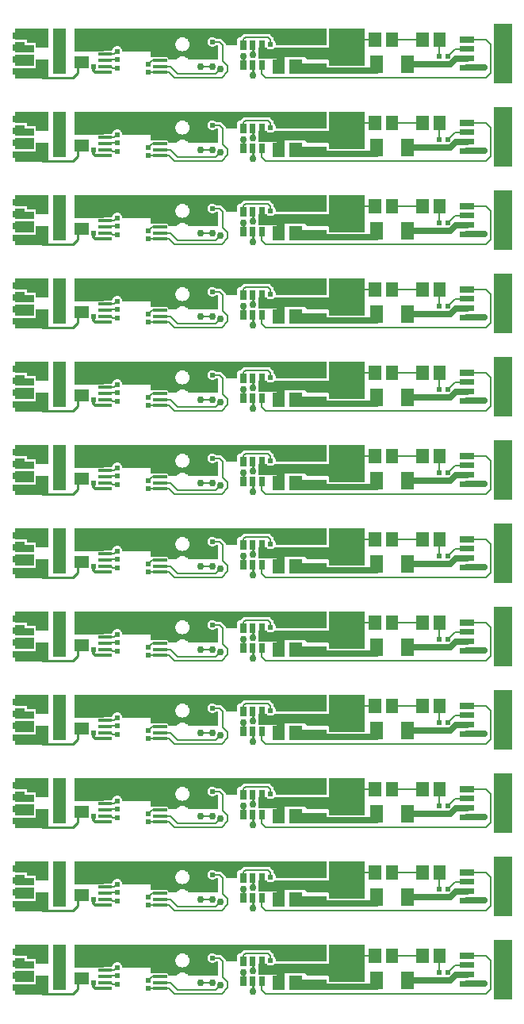
<source format=gbr>
G04 start of page 2 for group 0 idx 0 *
G04 Title: (unknown), top *
G04 Creator: pcb 20140316 *
G04 CreationDate: Thu 02 Jul 2020 09:16:05 PM GMT UTC *
G04 For: railfan *
G04 Format: Gerber/RS-274X *
G04 PCB-Dimensions (mil): 2500.00 4300.00 *
G04 PCB-Coordinate-Origin: lower left *
%MOIN*%
%FSLAX25Y25*%
%LNTOP*%
%ADD31C,0.0390*%
%ADD30C,0.0310*%
%ADD29C,0.0120*%
%ADD28C,0.0140*%
%ADD27C,0.0240*%
%ADD26C,0.0300*%
%ADD25R,0.0550X0.0550*%
%ADD24R,0.0240X0.0240*%
%ADD23R,0.0384X0.0384*%
%ADD22R,0.0236X0.0236*%
%ADD21R,0.0945X0.0945*%
%ADD20R,0.0378X0.0378*%
%ADD19R,0.0284X0.0284*%
%ADD18R,0.0100X0.0100*%
%ADD17R,0.0130X0.0130*%
%ADD16R,0.0512X0.0512*%
%ADD15C,0.0250*%
%ADD14C,0.0130*%
%ADD13C,0.0100*%
%ADD12C,0.0080*%
%ADD11C,0.0001*%
G54D11*G36*
X240000Y385000D02*Y360000D01*
X232500D01*
Y385000D01*
X240000D01*
G37*
G36*
Y350000D02*Y325000D01*
X232500D01*
Y350000D01*
X240000D01*
G37*
G36*
Y315000D02*Y290000D01*
X232500D01*
Y315000D01*
X240000D01*
G37*
G36*
Y280000D02*Y255000D01*
X232500D01*
Y280000D01*
X240000D01*
G37*
G36*
Y245000D02*Y220000D01*
X232500D01*
Y245000D01*
X240000D01*
G37*
G36*
Y210000D02*Y185000D01*
X232500D01*
Y210000D01*
X240000D01*
G37*
G36*
Y175000D02*Y150000D01*
X232500D01*
Y175000D01*
X240000D01*
G37*
G36*
Y140000D02*Y115000D01*
X232500D01*
Y140000D01*
X240000D01*
G37*
G36*
Y105000D02*Y80000D01*
X232500D01*
Y105000D01*
X240000D01*
G37*
G36*
Y70000D02*Y45000D01*
X232500D01*
Y70000D01*
X240000D01*
G37*
G36*
Y35000D02*Y10000D01*
X232500D01*
Y35000D01*
X240000D01*
G37*
G36*
X142000Y310500D02*X162000D01*
Y306000D01*
X142000D01*
Y310500D01*
G37*
G36*
X163000Y313000D02*X178000D01*
Y297500D01*
X163000D01*
Y313000D01*
G37*
G36*
X142000Y305000D02*X166000D01*
Y301000D01*
X142000D01*
Y305000D01*
G37*
G36*
X153000Y302000D02*X164500D01*
Y300000D01*
X154000D01*
X153000Y301000D01*
Y302000D01*
G37*
G36*
X162000Y298500D02*Y294500D01*
X147500D01*
Y298500D01*
X162000D01*
G37*
G36*
Y306000D02*X140642D01*
X140680Y306155D01*
X140700Y306500D01*
X140680Y306845D01*
X140599Y307182D01*
X140466Y307502D01*
X140285Y307797D01*
X140060Y308060D01*
X139900Y308197D01*
Y308445D01*
X139904Y308500D01*
X139887Y308720D01*
X139836Y308934D01*
X139751Y309138D01*
X139636Y309325D01*
X139636Y309326D01*
X139493Y309493D01*
X139451Y309529D01*
X138529Y310451D01*
X138493Y310493D01*
X138325Y310636D01*
X138138Y310751D01*
X137934Y310836D01*
X137720Y310887D01*
X137500Y310904D01*
X137445Y310900D01*
X128055D01*
X128000Y310904D01*
X127780Y310887D01*
X127566Y310836D01*
X127362Y310751D01*
X127175Y310636D01*
X127174Y310636D01*
X127007Y310493D01*
X126971Y310451D01*
X126149Y309629D01*
X126107Y309593D01*
X126017Y309488D01*
X125665Y309486D01*
X125435Y309431D01*
X125217Y309341D01*
X125016Y309217D01*
X124836Y309064D01*
X124683Y308884D01*
X124559Y308683D01*
X124469Y308465D01*
X124414Y308235D01*
X124400Y308000D01*
X124407Y306000D01*
X121000D01*
Y313000D01*
X162000D01*
Y306000D01*
G37*
G36*
X141000Y305000D02*X144500D01*
Y294000D01*
X141000D01*
Y305000D01*
G37*
G36*
X142000D02*Y300500D01*
X133530D01*
X133500Y300549D01*
Y305000D01*
X136888D01*
X136940Y304940D01*
X137203Y304715D01*
X137498Y304534D01*
X137818Y304401D01*
X138155Y304320D01*
X138500Y304293D01*
X138845Y304320D01*
X139182Y304401D01*
X139502Y304534D01*
X139797Y304715D01*
X140060Y304940D01*
X140112Y305000D01*
X142000D01*
G37*
G36*
X141000Y270000D02*X144500D01*
Y259000D01*
X141000D01*
Y270000D01*
G37*
G36*
X142000D02*Y265500D01*
X133530D01*
X133500Y265549D01*
Y270000D01*
X136888D01*
X136940Y269940D01*
X137203Y269715D01*
X137498Y269534D01*
X137818Y269401D01*
X138155Y269320D01*
X138500Y269293D01*
X138845Y269320D01*
X139182Y269401D01*
X139502Y269534D01*
X139797Y269715D01*
X140060Y269940D01*
X140112Y270000D01*
X142000D01*
G37*
G36*
X162000Y271000D02*X140642D01*
X140680Y271155D01*
X140700Y271500D01*
X140680Y271845D01*
X140599Y272182D01*
X140466Y272502D01*
X140285Y272797D01*
X140060Y273060D01*
X139900Y273197D01*
Y273445D01*
X139904Y273500D01*
X139887Y273720D01*
X139836Y273934D01*
X139751Y274138D01*
X139636Y274325D01*
X139636Y274326D01*
X139493Y274493D01*
X139451Y274529D01*
X138529Y275451D01*
X138493Y275493D01*
X138325Y275636D01*
X138138Y275751D01*
X137934Y275836D01*
X137720Y275887D01*
X137500Y275904D01*
X137445Y275900D01*
X128055D01*
X128000Y275904D01*
X127780Y275887D01*
X127566Y275836D01*
X127362Y275751D01*
X127175Y275636D01*
X127174Y275636D01*
X127007Y275493D01*
X126971Y275451D01*
X126149Y274629D01*
X126107Y274593D01*
X126017Y274488D01*
X125665Y274486D01*
X125435Y274431D01*
X125217Y274341D01*
X125016Y274217D01*
X124836Y274064D01*
X124683Y273884D01*
X124559Y273683D01*
X124469Y273465D01*
X124414Y273235D01*
X124400Y273000D01*
X124407Y271000D01*
X121000D01*
Y278000D01*
X162000D01*
Y271000D01*
G37*
G36*
X142000Y275500D02*X162000D01*
Y271000D01*
X142000D01*
Y275500D01*
G37*
G36*
Y270000D02*X166000D01*
Y266000D01*
X142000D01*
Y270000D01*
G37*
G36*
X153000Y267000D02*X164500D01*
Y265000D01*
X154000D01*
X153000Y266000D01*
Y267000D01*
G37*
G36*
X162000Y263500D02*Y259500D01*
X147500D01*
Y263500D01*
X162000D01*
G37*
G36*
X163000Y278000D02*X178000D01*
Y262500D01*
X163000D01*
Y278000D01*
G37*
G36*
X162000Y236000D02*X140642D01*
X140680Y236155D01*
X140700Y236500D01*
X140680Y236845D01*
X140599Y237182D01*
X140466Y237502D01*
X140285Y237797D01*
X140060Y238060D01*
X139900Y238197D01*
Y238445D01*
X139904Y238500D01*
X139887Y238720D01*
X139836Y238934D01*
X139751Y239138D01*
X139636Y239325D01*
X139636Y239326D01*
X139493Y239493D01*
X139451Y239529D01*
X138529Y240451D01*
X138493Y240493D01*
X138325Y240636D01*
X138138Y240751D01*
X137934Y240836D01*
X137720Y240887D01*
X137500Y240904D01*
X137445Y240900D01*
X128055D01*
X128000Y240904D01*
X127780Y240887D01*
X127566Y240836D01*
X127362Y240751D01*
X127175Y240636D01*
X127174Y240636D01*
X127007Y240493D01*
X126971Y240451D01*
X126149Y239629D01*
X126107Y239593D01*
X126017Y239488D01*
X125665Y239486D01*
X125435Y239431D01*
X125217Y239341D01*
X125016Y239217D01*
X124836Y239064D01*
X124683Y238884D01*
X124559Y238683D01*
X124469Y238465D01*
X124414Y238235D01*
X124400Y238000D01*
X124407Y236000D01*
X121000D01*
Y243000D01*
X162000D01*
Y236000D01*
G37*
G36*
X113000Y348000D02*X124000D01*
Y341000D01*
X119904D01*
Y341000D01*
X119887Y341220D01*
X119836Y341434D01*
X119751Y341638D01*
X119636Y341825D01*
X119636Y341826D01*
X119493Y341993D01*
X119451Y342029D01*
X118029Y343451D01*
X117993Y343493D01*
X117825Y343636D01*
X117638Y343751D01*
X117434Y343836D01*
X117220Y343887D01*
X117000Y343904D01*
X116945Y343900D01*
X115434D01*
X115419Y343919D01*
X115179Y344123D01*
X114911Y344288D01*
X114620Y344408D01*
X114314Y344481D01*
X114000Y344506D01*
X113686Y344481D01*
X113380Y344408D01*
X113089Y344288D01*
X113000Y344233D01*
Y348000D01*
G37*
G36*
Y313000D02*X124000D01*
Y306000D01*
X119904D01*
Y306000D01*
X119887Y306220D01*
X119836Y306434D01*
X119751Y306638D01*
X119636Y306825D01*
X119636Y306826D01*
X119493Y306993D01*
X119451Y307029D01*
X118029Y308451D01*
X117993Y308493D01*
X117825Y308636D01*
X117638Y308751D01*
X117434Y308836D01*
X117220Y308887D01*
X117000Y308904D01*
X116945Y308900D01*
X115434D01*
X115419Y308919D01*
X115179Y309123D01*
X114911Y309288D01*
X114620Y309408D01*
X114314Y309481D01*
X114000Y309506D01*
X113686Y309481D01*
X113380Y309408D01*
X113089Y309288D01*
X113000Y309233D01*
Y313000D01*
G37*
G36*
Y278000D02*X124000D01*
Y271000D01*
X119904D01*
Y271000D01*
X119887Y271220D01*
X119836Y271434D01*
X119751Y271638D01*
X119636Y271825D01*
X119636Y271826D01*
X119493Y271993D01*
X119451Y272029D01*
X118029Y273451D01*
X117993Y273493D01*
X117825Y273636D01*
X117638Y273751D01*
X117434Y273836D01*
X117220Y273887D01*
X117000Y273904D01*
X116945Y273900D01*
X115434D01*
X115419Y273919D01*
X115179Y274123D01*
X114911Y274288D01*
X114620Y274408D01*
X114314Y274481D01*
X114000Y274506D01*
X113686Y274481D01*
X113380Y274408D01*
X113089Y274288D01*
X113000Y274233D01*
Y278000D01*
G37*
G36*
Y243000D02*X124000D01*
Y236000D01*
X119904D01*
Y236000D01*
X119887Y236220D01*
X119836Y236434D01*
X119751Y236638D01*
X119636Y236825D01*
X119636Y236826D01*
X119493Y236993D01*
X119451Y237029D01*
X118029Y238451D01*
X117993Y238493D01*
X117825Y238636D01*
X117638Y238751D01*
X117434Y238836D01*
X117220Y238887D01*
X117000Y238904D01*
X116945Y238900D01*
X115434D01*
X115419Y238919D01*
X115179Y239123D01*
X114911Y239288D01*
X114620Y239408D01*
X114314Y239481D01*
X114000Y239506D01*
X113686Y239481D01*
X113380Y239408D01*
X113089Y239288D01*
X113000Y239233D01*
Y243000D01*
G37*
G36*
Y208000D02*X124000D01*
Y201000D01*
X119904D01*
Y201000D01*
X119887Y201220D01*
X119836Y201434D01*
X119751Y201638D01*
X119636Y201825D01*
X119636Y201826D01*
X119493Y201993D01*
X119451Y202029D01*
X118029Y203451D01*
X117993Y203493D01*
X117825Y203636D01*
X117638Y203751D01*
X117434Y203836D01*
X117220Y203887D01*
X117000Y203904D01*
X116945Y203900D01*
X115434D01*
X115419Y203919D01*
X115179Y204123D01*
X114911Y204288D01*
X114620Y204408D01*
X114314Y204481D01*
X114000Y204506D01*
X113686Y204481D01*
X113380Y204408D01*
X113089Y204288D01*
X113000Y204233D01*
Y208000D01*
G37*
G36*
Y173000D02*X124000D01*
Y166000D01*
X119904D01*
Y166000D01*
X119887Y166220D01*
X119836Y166434D01*
X119751Y166638D01*
X119636Y166825D01*
X119636Y166826D01*
X119493Y166993D01*
X119451Y167029D01*
X118029Y168451D01*
X117993Y168493D01*
X117825Y168636D01*
X117638Y168751D01*
X117434Y168836D01*
X117220Y168887D01*
X117000Y168904D01*
X116945Y168900D01*
X115434D01*
X115419Y168919D01*
X115179Y169123D01*
X114911Y169288D01*
X114620Y169408D01*
X114314Y169481D01*
X114000Y169506D01*
X113686Y169481D01*
X113380Y169408D01*
X113089Y169288D01*
X113000Y169233D01*
Y173000D01*
G37*
G36*
Y138000D02*X124000D01*
Y131000D01*
X119904D01*
Y131000D01*
X119887Y131220D01*
X119836Y131434D01*
X119751Y131638D01*
X119636Y131825D01*
X119636Y131826D01*
X119493Y131993D01*
X119451Y132029D01*
X118029Y133451D01*
X117993Y133493D01*
X117825Y133636D01*
X117638Y133751D01*
X117434Y133836D01*
X117220Y133887D01*
X117000Y133904D01*
X116945Y133900D01*
X115434D01*
X115419Y133919D01*
X115179Y134123D01*
X114911Y134288D01*
X114620Y134408D01*
X114314Y134481D01*
X114000Y134506D01*
X113686Y134481D01*
X113380Y134408D01*
X113089Y134288D01*
X113000Y134233D01*
Y138000D01*
G37*
G36*
Y103000D02*X124000D01*
Y96000D01*
X119904D01*
Y96000D01*
X119887Y96220D01*
X119836Y96434D01*
X119751Y96638D01*
X119636Y96825D01*
X119636Y96826D01*
X119493Y96993D01*
X119451Y97029D01*
X118029Y98451D01*
X117993Y98493D01*
X117825Y98636D01*
X117638Y98751D01*
X117434Y98836D01*
X117220Y98887D01*
X117000Y98904D01*
X116945Y98900D01*
X115434D01*
X115419Y98919D01*
X115179Y99123D01*
X114911Y99288D01*
X114620Y99408D01*
X114314Y99481D01*
X114000Y99506D01*
X113686Y99481D01*
X113380Y99408D01*
X113089Y99288D01*
X113000Y99233D01*
Y103000D01*
G37*
G36*
Y68000D02*X124000D01*
Y61000D01*
X119904D01*
Y61000D01*
X119887Y61220D01*
X119836Y61434D01*
X119751Y61638D01*
X119636Y61825D01*
X119636Y61826D01*
X119493Y61993D01*
X119451Y62029D01*
X118029Y63451D01*
X117993Y63493D01*
X117825Y63636D01*
X117638Y63751D01*
X117434Y63836D01*
X117220Y63887D01*
X117000Y63904D01*
X116945Y63900D01*
X115434D01*
X115419Y63919D01*
X115179Y64123D01*
X114911Y64288D01*
X114620Y64408D01*
X114314Y64481D01*
X114000Y64506D01*
X113686Y64481D01*
X113380Y64408D01*
X113089Y64288D01*
X113000Y64233D01*
Y68000D01*
G37*
G36*
X142000Y240500D02*X162000D01*
Y236000D01*
X142000D01*
Y240500D01*
G37*
G36*
X141000Y235000D02*X144500D01*
Y224000D01*
X141000D01*
Y235000D01*
G37*
G36*
X142000D02*Y230500D01*
X133530D01*
X133500Y230549D01*
Y235000D01*
X136888D01*
X136940Y234940D01*
X137203Y234715D01*
X137498Y234534D01*
X137818Y234401D01*
X138155Y234320D01*
X138500Y234293D01*
X138845Y234320D01*
X139182Y234401D01*
X139502Y234534D01*
X139797Y234715D01*
X140060Y234940D01*
X140112Y235000D01*
X142000D01*
G37*
G36*
X166000D01*
Y231000D01*
X142000D01*
Y235000D01*
G37*
G36*
X162000Y228500D02*Y224500D01*
X147500D01*
Y228500D01*
X162000D01*
G37*
G36*
X163000Y243000D02*X178000D01*
Y227500D01*
X163000D01*
Y243000D01*
G37*
G36*
X153000Y232000D02*X164500D01*
Y230000D01*
X154000D01*
X153000Y231000D01*
Y232000D01*
G37*
G36*
X162000Y201000D02*X140642D01*
X140680Y201155D01*
X140700Y201500D01*
X140680Y201845D01*
X140599Y202182D01*
X140466Y202502D01*
X140285Y202797D01*
X140060Y203060D01*
X139900Y203197D01*
Y203445D01*
X139904Y203500D01*
X139887Y203720D01*
X139836Y203934D01*
X139751Y204138D01*
X139636Y204325D01*
X139636Y204326D01*
X139493Y204493D01*
X139451Y204529D01*
X138529Y205451D01*
X138493Y205493D01*
X138325Y205636D01*
X138138Y205751D01*
X137934Y205836D01*
X137720Y205887D01*
X137500Y205904D01*
X137445Y205900D01*
X128055D01*
X128000Y205904D01*
X127780Y205887D01*
X127566Y205836D01*
X127362Y205751D01*
X127175Y205636D01*
X127174Y205636D01*
X127007Y205493D01*
X126971Y205451D01*
X126149Y204629D01*
X126107Y204593D01*
X126017Y204488D01*
X125665Y204486D01*
X125435Y204431D01*
X125217Y204341D01*
X125016Y204217D01*
X124836Y204064D01*
X124683Y203884D01*
X124559Y203683D01*
X124469Y203465D01*
X124414Y203235D01*
X124400Y203000D01*
X124407Y201000D01*
X121000D01*
Y208000D01*
X162000D01*
Y201000D01*
G37*
G36*
X142000Y205500D02*X162000D01*
Y201000D01*
X142000D01*
Y205500D01*
G37*
G36*
X141000Y200000D02*X144500D01*
Y189000D01*
X141000D01*
Y200000D01*
G37*
G36*
X142000D02*Y195500D01*
X133530D01*
X133500Y195549D01*
Y200000D01*
X136888D01*
X136940Y199940D01*
X137203Y199715D01*
X137498Y199534D01*
X137818Y199401D01*
X138155Y199320D01*
X138500Y199293D01*
X138845Y199320D01*
X139182Y199401D01*
X139502Y199534D01*
X139797Y199715D01*
X140060Y199940D01*
X140112Y200000D01*
X142000D01*
G37*
G36*
X166000D01*
Y196000D01*
X142000D01*
Y200000D01*
G37*
G36*
X162000Y193500D02*Y189500D01*
X147500D01*
Y193500D01*
X162000D01*
G37*
G36*
X163000Y208000D02*X178000D01*
Y192500D01*
X163000D01*
Y208000D01*
G37*
G36*
X153000Y197000D02*X164500D01*
Y195000D01*
X154000D01*
X153000Y196000D01*
Y197000D01*
G37*
G36*
X162000Y166000D02*X140642D01*
X140680Y166155D01*
X140700Y166500D01*
X140680Y166845D01*
X140599Y167182D01*
X140466Y167502D01*
X140285Y167797D01*
X140060Y168060D01*
X139900Y168197D01*
Y168445D01*
X139904Y168500D01*
X139887Y168720D01*
X139836Y168934D01*
X139751Y169138D01*
X139636Y169325D01*
X139636Y169326D01*
X139493Y169493D01*
X139451Y169529D01*
X138529Y170451D01*
X138493Y170493D01*
X138325Y170636D01*
X138138Y170751D01*
X137934Y170836D01*
X137720Y170887D01*
X137500Y170904D01*
X137445Y170900D01*
X128055D01*
X128000Y170904D01*
X127780Y170887D01*
X127566Y170836D01*
X127362Y170751D01*
X127175Y170636D01*
X127174Y170636D01*
X127007Y170493D01*
X126971Y170451D01*
X126149Y169629D01*
X126107Y169593D01*
X126017Y169488D01*
X125665Y169486D01*
X125435Y169431D01*
X125217Y169341D01*
X125016Y169217D01*
X124836Y169064D01*
X124683Y168884D01*
X124559Y168683D01*
X124469Y168465D01*
X124414Y168235D01*
X124400Y168000D01*
X124407Y166000D01*
X121000D01*
Y173000D01*
X162000D01*
Y166000D01*
G37*
G36*
X142000Y170500D02*X162000D01*
Y166000D01*
X142000D01*
Y170500D01*
G37*
G36*
X141000Y165000D02*X144500D01*
Y154000D01*
X141000D01*
Y165000D01*
G37*
G36*
X142000D02*Y160500D01*
X133530D01*
X133500Y160549D01*
Y165000D01*
X136888D01*
X136940Y164940D01*
X137203Y164715D01*
X137498Y164534D01*
X137818Y164401D01*
X138155Y164320D01*
X138500Y164293D01*
X138845Y164320D01*
X139182Y164401D01*
X139502Y164534D01*
X139797Y164715D01*
X140060Y164940D01*
X140112Y165000D01*
X142000D01*
G37*
G36*
X166000D01*
Y161000D01*
X142000D01*
Y165000D01*
G37*
G36*
X162000Y158500D02*Y154500D01*
X147500D01*
Y158500D01*
X162000D01*
G37*
G36*
X163000Y173000D02*X178000D01*
Y157500D01*
X163000D01*
Y173000D01*
G37*
G36*
X153000Y162000D02*X164500D01*
Y160000D01*
X154000D01*
X153000Y161000D01*
Y162000D01*
G37*
G36*
X162000Y131000D02*X140642D01*
X140680Y131155D01*
X140700Y131500D01*
X140680Y131845D01*
X140599Y132182D01*
X140466Y132502D01*
X140285Y132797D01*
X140060Y133060D01*
X139900Y133197D01*
Y133445D01*
X139904Y133500D01*
X139887Y133720D01*
X139836Y133934D01*
X139751Y134138D01*
X139636Y134325D01*
X139636Y134326D01*
X139493Y134493D01*
X139451Y134529D01*
X138529Y135451D01*
X138493Y135493D01*
X138325Y135636D01*
X138138Y135751D01*
X137934Y135836D01*
X137720Y135887D01*
X137500Y135904D01*
X137445Y135900D01*
X128055D01*
X128000Y135904D01*
X127780Y135887D01*
X127566Y135836D01*
X127362Y135751D01*
X127175Y135636D01*
X127174Y135636D01*
X127007Y135493D01*
X126971Y135451D01*
X126149Y134629D01*
X126107Y134593D01*
X126017Y134488D01*
X125665Y134486D01*
X125435Y134431D01*
X125217Y134341D01*
X125016Y134217D01*
X124836Y134064D01*
X124683Y133884D01*
X124559Y133683D01*
X124469Y133465D01*
X124414Y133235D01*
X124400Y133000D01*
X124407Y131000D01*
X121000D01*
Y138000D01*
X162000D01*
Y131000D01*
G37*
G36*
X31000Y227500D02*Y232000D01*
X39000D01*
Y227500D01*
X31000D01*
G37*
G36*
Y233000D02*Y237500D01*
X35000D01*
Y233000D01*
X31000D01*
G37*
G36*
X39000Y236000D02*Y233000D01*
X31000D01*
Y236000D01*
X39000D01*
G37*
G36*
X31000Y243000D02*X37500D01*
Y238500D01*
X31000D01*
Y243000D01*
G37*
G36*
X45000D02*Y237000D01*
X36000D01*
Y243000D01*
X45000D01*
G37*
G36*
X31000Y222000D02*Y226500D01*
X45000D01*
Y222000D01*
X31000D01*
G37*
G36*
X47000Y243000D02*X52500D01*
Y224000D01*
X47000D01*
Y243000D01*
G37*
G36*
X56000D02*X62000D01*
Y233500D01*
X56000D01*
Y243000D01*
G37*
G36*
X96500D01*
Y233500D01*
X76200D01*
X76180Y233845D01*
X76099Y234182D01*
X75966Y234502D01*
X75785Y234797D01*
X75560Y235060D01*
X75297Y235285D01*
X75002Y235466D01*
X74682Y235599D01*
X74345Y235680D01*
X74000Y235707D01*
X73655Y235680D01*
X73318Y235599D01*
X72998Y235466D01*
X72703Y235285D01*
X72440Y235060D01*
X72215Y234797D01*
X72034Y234502D01*
X71901Y234182D01*
X71820Y233845D01*
X71812Y233738D01*
X69000D01*
X68780Y233725D01*
X68566Y233674D01*
X68362Y233589D01*
X68216Y233500D01*
X56000D01*
Y243000D01*
G37*
G36*
X96500Y237000D02*Y231000D01*
X92687D01*
X92638Y231030D01*
X92434Y231115D01*
X92220Y231166D01*
X92000Y231179D01*
X88834D01*
X88779Y231183D01*
X88559Y231166D01*
X88408Y231130D01*
X88345Y231115D01*
X88345Y231115D01*
X88345Y231115D01*
X88228Y231066D01*
X88141Y231030D01*
X88141Y231030D01*
X88141Y231030D01*
X88092Y231000D01*
X88000D01*
Y237000D01*
X96500D01*
G37*
G36*
X101495Y243000D02*X116500D01*
Y238900D01*
X115434D01*
X115419Y238919D01*
X115179Y239123D01*
X114911Y239288D01*
X114620Y239408D01*
X114314Y239481D01*
X114000Y239506D01*
X113686Y239481D01*
X113380Y239408D01*
X113089Y239288D01*
X112821Y239123D01*
X112581Y238919D01*
X112377Y238679D01*
X112212Y238411D01*
X112092Y238120D01*
X112019Y237814D01*
X111994Y237500D01*
X112019Y237186D01*
X112092Y236880D01*
X112212Y236589D01*
X112377Y236321D01*
X112581Y236081D01*
X112821Y235877D01*
X113089Y235712D01*
X113380Y235592D01*
X113686Y235519D01*
X114000Y235494D01*
X114314Y235519D01*
X114620Y235592D01*
X114911Y235712D01*
X115179Y235877D01*
X115419Y236081D01*
X115434Y236100D01*
X116420D01*
X116500Y236020D01*
Y230000D01*
X104041D01*
X103894Y230239D01*
X103592Y230592D01*
X103239Y230894D01*
X102843Y231137D01*
X102414Y231314D01*
X101963Y231423D01*
X101500Y231459D01*
X101495Y231459D01*
Y233541D01*
X101500Y233541D01*
X101963Y233577D01*
X102414Y233686D01*
X102843Y233863D01*
X103239Y234106D01*
X103592Y234408D01*
X103894Y234761D01*
X104137Y235157D01*
X104314Y235586D01*
X104423Y236037D01*
X104450Y236500D01*
X104423Y236963D01*
X104314Y237414D01*
X104137Y237843D01*
X103894Y238239D01*
X103592Y238592D01*
X103239Y238894D01*
X102843Y239137D01*
X102414Y239314D01*
X101963Y239423D01*
X101500Y239459D01*
X101495Y239459D01*
Y243000D01*
G37*
G36*
X93000D02*X101495D01*
Y239459D01*
X101037Y239423D01*
X100586Y239314D01*
X100157Y239137D01*
X99761Y238894D01*
X99408Y238592D01*
X99106Y238239D01*
X98863Y237843D01*
X98686Y237414D01*
X98577Y236963D01*
X98541Y236500D01*
X98577Y236037D01*
X98686Y235586D01*
X98863Y235157D01*
X99106Y234761D01*
X99408Y234408D01*
X99761Y234106D01*
X100157Y233863D01*
X100586Y233686D01*
X101037Y233577D01*
X101495Y233541D01*
Y231459D01*
X101037Y231423D01*
X100586Y231314D01*
X100157Y231137D01*
X99761Y230894D01*
X99408Y230592D01*
X99106Y230239D01*
X98959Y230000D01*
X95564D01*
X95562Y230507D01*
X95543Y230583D01*
X95513Y230656D01*
X95472Y230723D01*
X95421Y230783D01*
X95361Y230834D01*
X95294Y230875D01*
X95221Y230905D01*
X95145Y230924D01*
X95066Y230929D01*
X93000Y230927D01*
Y243000D01*
G37*
G36*
X56000Y208000D02*X96500D01*
Y198500D01*
X76200D01*
X76180Y198845D01*
X76099Y199182D01*
X75966Y199502D01*
X75785Y199797D01*
X75560Y200060D01*
X75297Y200285D01*
X75002Y200466D01*
X74682Y200599D01*
X74345Y200680D01*
X74000Y200707D01*
X73655Y200680D01*
X73318Y200599D01*
X72998Y200466D01*
X72703Y200285D01*
X72440Y200060D01*
X72215Y199797D01*
X72034Y199502D01*
X71901Y199182D01*
X71820Y198845D01*
X71812Y198738D01*
X69000D01*
X68780Y198725D01*
X68566Y198674D01*
X68362Y198589D01*
X68216Y198500D01*
X56000D01*
Y208000D01*
G37*
G36*
Y173000D02*X96500D01*
Y163500D01*
X76200D01*
X76180Y163845D01*
X76099Y164182D01*
X75966Y164502D01*
X75785Y164797D01*
X75560Y165060D01*
X75297Y165285D01*
X75002Y165466D01*
X74682Y165599D01*
X74345Y165680D01*
X74000Y165707D01*
X73655Y165680D01*
X73318Y165599D01*
X72998Y165466D01*
X72703Y165285D01*
X72440Y165060D01*
X72215Y164797D01*
X72034Y164502D01*
X71901Y164182D01*
X71820Y163845D01*
X71812Y163738D01*
X69000D01*
X68780Y163725D01*
X68566Y163674D01*
X68362Y163589D01*
X68216Y163500D01*
X56000D01*
Y173000D01*
G37*
G36*
X96500Y167000D02*Y161000D01*
X92687D01*
X92638Y161030D01*
X92434Y161115D01*
X92220Y161166D01*
X92000Y161179D01*
X88834D01*
X88779Y161183D01*
X88559Y161166D01*
X88408Y161130D01*
X88345Y161115D01*
X88345Y161115D01*
X88345Y161115D01*
X88228Y161066D01*
X88141Y161030D01*
X88141Y161030D01*
X88141Y161030D01*
X88092Y161000D01*
X88000D01*
Y167000D01*
X96500D01*
G37*
G36*
Y202000D02*Y196000D01*
X92687D01*
X92638Y196030D01*
X92434Y196115D01*
X92220Y196166D01*
X92000Y196179D01*
X88834D01*
X88779Y196183D01*
X88559Y196166D01*
X88408Y196130D01*
X88345Y196115D01*
X88345Y196115D01*
X88345Y196115D01*
X88228Y196066D01*
X88141Y196030D01*
X88141Y196030D01*
X88141Y196030D01*
X88092Y196000D01*
X88000D01*
Y202000D01*
X96500D01*
G37*
G36*
X101495Y208000D02*X116500D01*
Y203900D01*
X115434D01*
X115419Y203919D01*
X115179Y204123D01*
X114911Y204288D01*
X114620Y204408D01*
X114314Y204481D01*
X114000Y204506D01*
X113686Y204481D01*
X113380Y204408D01*
X113089Y204288D01*
X112821Y204123D01*
X112581Y203919D01*
X112377Y203679D01*
X112212Y203411D01*
X112092Y203120D01*
X112019Y202814D01*
X111994Y202500D01*
X112019Y202186D01*
X112092Y201880D01*
X112212Y201589D01*
X112377Y201321D01*
X112581Y201081D01*
X112821Y200877D01*
X113089Y200712D01*
X113380Y200592D01*
X113686Y200519D01*
X114000Y200494D01*
X114314Y200519D01*
X114620Y200592D01*
X114911Y200712D01*
X115179Y200877D01*
X115419Y201081D01*
X115434Y201100D01*
X116420D01*
X116500Y201020D01*
Y195000D01*
X104041D01*
X103894Y195239D01*
X103592Y195592D01*
X103239Y195894D01*
X102843Y196137D01*
X102414Y196314D01*
X101963Y196423D01*
X101500Y196459D01*
X101495Y196459D01*
Y198541D01*
X101500Y198541D01*
X101963Y198577D01*
X102414Y198686D01*
X102843Y198863D01*
X103239Y199106D01*
X103592Y199408D01*
X103894Y199761D01*
X104137Y200157D01*
X104314Y200586D01*
X104423Y201037D01*
X104450Y201500D01*
X104423Y201963D01*
X104314Y202414D01*
X104137Y202843D01*
X103894Y203239D01*
X103592Y203592D01*
X103239Y203894D01*
X102843Y204137D01*
X102414Y204314D01*
X101963Y204423D01*
X101500Y204459D01*
X101495Y204459D01*
Y208000D01*
G37*
G36*
X93000D02*X101495D01*
Y204459D01*
X101037Y204423D01*
X100586Y204314D01*
X100157Y204137D01*
X99761Y203894D01*
X99408Y203592D01*
X99106Y203239D01*
X98863Y202843D01*
X98686Y202414D01*
X98577Y201963D01*
X98541Y201500D01*
X98577Y201037D01*
X98686Y200586D01*
X98863Y200157D01*
X99106Y199761D01*
X99408Y199408D01*
X99761Y199106D01*
X100157Y198863D01*
X100586Y198686D01*
X101037Y198577D01*
X101495Y198541D01*
Y196459D01*
X101037Y196423D01*
X100586Y196314D01*
X100157Y196137D01*
X99761Y195894D01*
X99408Y195592D01*
X99106Y195239D01*
X98959Y195000D01*
X95564D01*
X95562Y195507D01*
X95543Y195583D01*
X95513Y195656D01*
X95472Y195723D01*
X95421Y195783D01*
X95361Y195834D01*
X95294Y195875D01*
X95221Y195906D01*
X95145Y195924D01*
X95066Y195929D01*
X93000Y195927D01*
Y208000D01*
G37*
G36*
X101495Y173000D02*X116500D01*
Y168900D01*
X115434D01*
X115419Y168919D01*
X115179Y169123D01*
X114911Y169288D01*
X114620Y169408D01*
X114314Y169481D01*
X114000Y169506D01*
X113686Y169481D01*
X113380Y169408D01*
X113089Y169288D01*
X112821Y169123D01*
X112581Y168919D01*
X112377Y168679D01*
X112212Y168411D01*
X112092Y168120D01*
X112019Y167814D01*
X111994Y167500D01*
X112019Y167186D01*
X112092Y166880D01*
X112212Y166589D01*
X112377Y166321D01*
X112581Y166081D01*
X112821Y165877D01*
X113089Y165712D01*
X113380Y165592D01*
X113686Y165519D01*
X114000Y165494D01*
X114314Y165519D01*
X114620Y165592D01*
X114911Y165712D01*
X115179Y165877D01*
X115419Y166081D01*
X115434Y166100D01*
X116420D01*
X116500Y166020D01*
Y160000D01*
X104041D01*
X103894Y160239D01*
X103592Y160592D01*
X103239Y160894D01*
X102843Y161137D01*
X102414Y161314D01*
X101963Y161423D01*
X101500Y161459D01*
X101495Y161459D01*
Y163541D01*
X101500Y163541D01*
X101963Y163577D01*
X102414Y163686D01*
X102843Y163863D01*
X103239Y164106D01*
X103592Y164408D01*
X103894Y164761D01*
X104137Y165157D01*
X104314Y165586D01*
X104423Y166037D01*
X104450Y166500D01*
X104423Y166963D01*
X104314Y167414D01*
X104137Y167843D01*
X103894Y168239D01*
X103592Y168592D01*
X103239Y168894D01*
X102843Y169137D01*
X102414Y169314D01*
X101963Y169423D01*
X101500Y169459D01*
X101495Y169459D01*
Y173000D01*
G37*
G36*
X93000D02*X101495D01*
Y169459D01*
X101037Y169423D01*
X100586Y169314D01*
X100157Y169137D01*
X99761Y168894D01*
X99408Y168592D01*
X99106Y168239D01*
X98863Y167843D01*
X98686Y167414D01*
X98577Y166963D01*
X98541Y166500D01*
X98577Y166037D01*
X98686Y165586D01*
X98863Y165157D01*
X99106Y164761D01*
X99408Y164408D01*
X99761Y164106D01*
X100157Y163863D01*
X100586Y163686D01*
X101037Y163577D01*
X101495Y163541D01*
Y161459D01*
X101037Y161423D01*
X100586Y161314D01*
X100157Y161137D01*
X99761Y160894D01*
X99408Y160592D01*
X99106Y160239D01*
X98959Y160000D01*
X95564D01*
X95562Y160507D01*
X95543Y160583D01*
X95513Y160656D01*
X95472Y160723D01*
X95421Y160783D01*
X95361Y160834D01*
X95294Y160875D01*
X95221Y160906D01*
X95145Y160924D01*
X95066Y160929D01*
X93000Y160927D01*
Y173000D01*
G37*
G36*
X31000Y192500D02*Y197000D01*
X39000D01*
Y192500D01*
X31000D01*
G37*
G36*
Y187000D02*Y191500D01*
X45000D01*
Y187000D01*
X31000D01*
G37*
G36*
Y198000D02*Y202500D01*
X35000D01*
Y198000D01*
X31000D01*
G37*
G36*
X39000Y201000D02*Y198000D01*
X31000D01*
Y201000D01*
X39000D01*
G37*
G36*
X31000Y208000D02*X37500D01*
Y203500D01*
X31000D01*
Y208000D01*
G37*
G36*
X45000D02*Y202000D01*
X36000D01*
Y208000D01*
X45000D01*
G37*
G36*
X47000D02*X52500D01*
Y189000D01*
X47000D01*
Y208000D01*
G37*
G36*
Y173000D02*X52500D01*
Y154000D01*
X47000D01*
Y173000D01*
G37*
G36*
X56000Y208000D02*X62000D01*
Y198500D01*
X56000D01*
Y208000D01*
G37*
G36*
X31000Y163000D02*Y167500D01*
X35000D01*
Y163000D01*
X31000D01*
G37*
G36*
X39000Y166000D02*Y163000D01*
X31000D01*
Y166000D01*
X39000D01*
G37*
G36*
X31000Y173000D02*X37500D01*
Y168500D01*
X31000D01*
Y173000D01*
G37*
G36*
X45000D02*Y167000D01*
X36000D01*
Y173000D01*
X45000D01*
G37*
G36*
X56000D02*X62000D01*
Y163500D01*
X56000D01*
Y173000D01*
G37*
G36*
X31000Y157500D02*Y162000D01*
X39000D01*
Y157500D01*
X31000D01*
G37*
G36*
Y152000D02*Y156500D01*
X45000D01*
Y152000D01*
X31000D01*
G37*
G36*
Y122500D02*Y127000D01*
X39000D01*
Y122500D01*
X31000D01*
G37*
G36*
Y117000D02*Y121500D01*
X45000D01*
Y117000D01*
X31000D01*
G37*
G36*
Y128000D02*Y132500D01*
X35000D01*
Y128000D01*
X31000D01*
G37*
G36*
X39000Y131000D02*Y128000D01*
X31000D01*
Y131000D01*
X39000D01*
G37*
G36*
X31000Y138000D02*X37500D01*
Y133500D01*
X31000D01*
Y138000D01*
G37*
G36*
X45000D02*Y132000D01*
X36000D01*
Y138000D01*
X45000D01*
G37*
G36*
X47000D02*X52500D01*
Y119000D01*
X47000D01*
Y138000D01*
G37*
G36*
X56000D02*X62000D01*
Y128500D01*
X56000D01*
Y138000D01*
G37*
G36*
X96500D01*
Y128500D01*
X76200D01*
X76180Y128845D01*
X76099Y129182D01*
X75966Y129502D01*
X75785Y129797D01*
X75560Y130060D01*
X75297Y130285D01*
X75002Y130466D01*
X74682Y130599D01*
X74345Y130680D01*
X74000Y130707D01*
X73655Y130680D01*
X73318Y130599D01*
X72998Y130466D01*
X72703Y130285D01*
X72440Y130060D01*
X72215Y129797D01*
X72034Y129502D01*
X71901Y129182D01*
X71820Y128845D01*
X71812Y128738D01*
X69000D01*
X68780Y128725D01*
X68566Y128674D01*
X68362Y128589D01*
X68216Y128500D01*
X56000D01*
Y138000D01*
G37*
G36*
X96500Y132000D02*Y126000D01*
X92687D01*
X92638Y126030D01*
X92434Y126115D01*
X92220Y126166D01*
X92000Y126179D01*
X88834D01*
X88779Y126183D01*
X88559Y126166D01*
X88408Y126130D01*
X88345Y126115D01*
X88345Y126115D01*
X88345Y126115D01*
X88228Y126066D01*
X88141Y126030D01*
X88141Y126030D01*
X88141Y126030D01*
X88092Y126000D01*
X88000D01*
Y132000D01*
X96500D01*
G37*
G36*
X101495Y138000D02*X116500D01*
Y133900D01*
X115434D01*
X115419Y133919D01*
X115179Y134123D01*
X114911Y134288D01*
X114620Y134408D01*
X114314Y134481D01*
X114000Y134506D01*
X113686Y134481D01*
X113380Y134408D01*
X113089Y134288D01*
X112821Y134123D01*
X112581Y133919D01*
X112377Y133679D01*
X112212Y133411D01*
X112092Y133120D01*
X112019Y132814D01*
X111994Y132500D01*
X112019Y132186D01*
X112092Y131880D01*
X112212Y131589D01*
X112377Y131321D01*
X112581Y131081D01*
X112821Y130877D01*
X113089Y130712D01*
X113380Y130592D01*
X113686Y130519D01*
X114000Y130494D01*
X114314Y130519D01*
X114620Y130592D01*
X114911Y130712D01*
X115179Y130877D01*
X115419Y131081D01*
X115434Y131100D01*
X116420D01*
X116500Y131020D01*
Y125000D01*
X104041D01*
X103894Y125239D01*
X103592Y125592D01*
X103239Y125894D01*
X102843Y126137D01*
X102414Y126314D01*
X101963Y126423D01*
X101500Y126459D01*
X101495Y126459D01*
Y128541D01*
X101500Y128541D01*
X101963Y128577D01*
X102414Y128686D01*
X102843Y128863D01*
X103239Y129106D01*
X103592Y129408D01*
X103894Y129761D01*
X104137Y130157D01*
X104314Y130586D01*
X104423Y131037D01*
X104450Y131500D01*
X104423Y131963D01*
X104314Y132414D01*
X104137Y132843D01*
X103894Y133239D01*
X103592Y133592D01*
X103239Y133894D01*
X102843Y134137D01*
X102414Y134314D01*
X101963Y134423D01*
X101500Y134459D01*
X101495Y134459D01*
Y138000D01*
G37*
G36*
X93000D02*X101495D01*
Y134459D01*
X101037Y134423D01*
X100586Y134314D01*
X100157Y134137D01*
X99761Y133894D01*
X99408Y133592D01*
X99106Y133239D01*
X98863Y132843D01*
X98686Y132414D01*
X98577Y131963D01*
X98541Y131500D01*
X98577Y131037D01*
X98686Y130586D01*
X98863Y130157D01*
X99106Y129761D01*
X99408Y129408D01*
X99761Y129106D01*
X100157Y128863D01*
X100586Y128686D01*
X101037Y128577D01*
X101495Y128541D01*
Y126459D01*
X101037Y126423D01*
X100586Y126314D01*
X100157Y126137D01*
X99761Y125894D01*
X99408Y125592D01*
X99106Y125239D01*
X98959Y125000D01*
X95564D01*
X95562Y125507D01*
X95543Y125583D01*
X95513Y125656D01*
X95472Y125723D01*
X95421Y125783D01*
X95361Y125834D01*
X95294Y125875D01*
X95221Y125906D01*
X95145Y125924D01*
X95066Y125929D01*
X93000Y125927D01*
Y138000D01*
G37*
G36*
X31000Y87500D02*Y92000D01*
X39000D01*
Y87500D01*
X31000D01*
G37*
G36*
Y93000D02*Y97500D01*
X35000D01*
Y93000D01*
X31000D01*
G37*
G36*
X39000Y96000D02*Y93000D01*
X31000D01*
Y96000D01*
X39000D01*
G37*
G36*
X31000Y103000D02*X37500D01*
Y98500D01*
X31000D01*
Y103000D01*
G37*
G36*
X45000D02*Y97000D01*
X36000D01*
Y103000D01*
X45000D01*
G37*
G36*
X31000Y82000D02*Y86500D01*
X45000D01*
Y82000D01*
X31000D01*
G37*
G36*
X47000Y103000D02*X52500D01*
Y84000D01*
X47000D01*
Y103000D01*
G37*
G36*
X56000D02*X62000D01*
Y93500D01*
X56000D01*
Y103000D01*
G37*
G36*
X96500D01*
Y93500D01*
X76200D01*
X76180Y93845D01*
X76099Y94182D01*
X75966Y94502D01*
X75785Y94797D01*
X75560Y95060D01*
X75297Y95285D01*
X75002Y95466D01*
X74682Y95599D01*
X74345Y95680D01*
X74000Y95707D01*
X73655Y95680D01*
X73318Y95599D01*
X72998Y95466D01*
X72703Y95285D01*
X72440Y95060D01*
X72215Y94797D01*
X72034Y94502D01*
X71901Y94182D01*
X71820Y93845D01*
X71812Y93738D01*
X69000D01*
X68780Y93725D01*
X68566Y93674D01*
X68362Y93589D01*
X68216Y93500D01*
X56000D01*
Y103000D01*
G37*
G36*
X96500Y97000D02*Y91000D01*
X92687D01*
X92638Y91030D01*
X92434Y91115D01*
X92220Y91166D01*
X92000Y91179D01*
X88834D01*
X88779Y91183D01*
X88559Y91166D01*
X88408Y91130D01*
X88345Y91115D01*
X88345Y91115D01*
X88345Y91115D01*
X88228Y91066D01*
X88141Y91030D01*
X88141Y91030D01*
X88141Y91030D01*
X88092Y91000D01*
X88000D01*
Y97000D01*
X96500D01*
G37*
G36*
X101495Y103000D02*X116500D01*
Y98900D01*
X115434D01*
X115419Y98919D01*
X115179Y99123D01*
X114911Y99288D01*
X114620Y99408D01*
X114314Y99481D01*
X114000Y99506D01*
X113686Y99481D01*
X113380Y99408D01*
X113089Y99288D01*
X112821Y99123D01*
X112581Y98919D01*
X112377Y98679D01*
X112212Y98411D01*
X112092Y98120D01*
X112019Y97814D01*
X111994Y97500D01*
X112019Y97186D01*
X112092Y96880D01*
X112212Y96589D01*
X112377Y96321D01*
X112581Y96081D01*
X112821Y95877D01*
X113089Y95712D01*
X113380Y95592D01*
X113686Y95519D01*
X114000Y95494D01*
X114314Y95519D01*
X114620Y95592D01*
X114911Y95712D01*
X115179Y95877D01*
X115419Y96081D01*
X115434Y96100D01*
X116420D01*
X116500Y96020D01*
Y90000D01*
X104041D01*
X103894Y90239D01*
X103592Y90592D01*
X103239Y90894D01*
X102843Y91137D01*
X102414Y91314D01*
X101963Y91423D01*
X101500Y91459D01*
X101495Y91459D01*
Y93541D01*
X101500Y93541D01*
X101963Y93577D01*
X102414Y93686D01*
X102843Y93863D01*
X103239Y94106D01*
X103592Y94408D01*
X103894Y94761D01*
X104137Y95157D01*
X104314Y95586D01*
X104423Y96037D01*
X104450Y96500D01*
X104423Y96963D01*
X104314Y97414D01*
X104137Y97843D01*
X103894Y98239D01*
X103592Y98592D01*
X103239Y98894D01*
X102843Y99137D01*
X102414Y99314D01*
X101963Y99423D01*
X101500Y99459D01*
X101495Y99459D01*
Y103000D01*
G37*
G36*
X93000D02*X101495D01*
Y99459D01*
X101037Y99423D01*
X100586Y99314D01*
X100157Y99137D01*
X99761Y98894D01*
X99408Y98592D01*
X99106Y98239D01*
X98863Y97843D01*
X98686Y97414D01*
X98577Y96963D01*
X98541Y96500D01*
X98577Y96037D01*
X98686Y95586D01*
X98863Y95157D01*
X99106Y94761D01*
X99408Y94408D01*
X99761Y94106D01*
X100157Y93863D01*
X100586Y93686D01*
X101037Y93577D01*
X101495Y93541D01*
Y91459D01*
X101037Y91423D01*
X100586Y91314D01*
X100157Y91137D01*
X99761Y90894D01*
X99408Y90592D01*
X99106Y90239D01*
X98959Y90000D01*
X95564D01*
X95562Y90507D01*
X95543Y90583D01*
X95513Y90656D01*
X95472Y90723D01*
X95421Y90783D01*
X95361Y90834D01*
X95294Y90875D01*
X95221Y90906D01*
X95145Y90924D01*
X95066Y90929D01*
X93000Y90927D01*
Y103000D01*
G37*
G36*
X56000Y68000D02*X96500D01*
Y58500D01*
X76200D01*
X76180Y58845D01*
X76099Y59182D01*
X75966Y59502D01*
X75785Y59797D01*
X75560Y60060D01*
X75297Y60285D01*
X75002Y60466D01*
X74682Y60599D01*
X74345Y60680D01*
X74000Y60707D01*
X73655Y60680D01*
X73318Y60599D01*
X72998Y60466D01*
X72703Y60285D01*
X72440Y60060D01*
X72215Y59797D01*
X72034Y59502D01*
X71901Y59182D01*
X71820Y58845D01*
X71812Y58738D01*
X69000D01*
X68780Y58725D01*
X68566Y58674D01*
X68362Y58589D01*
X68216Y58500D01*
X56000D01*
Y68000D01*
G37*
G36*
Y33000D02*X96500D01*
Y23500D01*
X76200D01*
X76180Y23845D01*
X76099Y24182D01*
X75966Y24502D01*
X75785Y24797D01*
X75560Y25060D01*
X75297Y25285D01*
X75002Y25466D01*
X74682Y25599D01*
X74345Y25680D01*
X74000Y25707D01*
X73655Y25680D01*
X73318Y25599D01*
X72998Y25466D01*
X72703Y25285D01*
X72440Y25060D01*
X72215Y24797D01*
X72034Y24502D01*
X71901Y24182D01*
X71820Y23845D01*
X71812Y23738D01*
X69000D01*
X68780Y23725D01*
X68566Y23674D01*
X68362Y23589D01*
X68216Y23500D01*
X56000D01*
Y33000D01*
G37*
G36*
X96500Y27000D02*Y21000D01*
X92687D01*
X92638Y21030D01*
X92434Y21115D01*
X92220Y21166D01*
X92000Y21179D01*
X88834D01*
X88779Y21183D01*
X88559Y21166D01*
X88408Y21130D01*
X88345Y21115D01*
X88345Y21115D01*
X88345Y21115D01*
X88228Y21066D01*
X88141Y21030D01*
X88141Y21030D01*
X88141Y21030D01*
X88092Y21000D01*
X88000D01*
Y27000D01*
X96500D01*
G37*
G36*
Y62000D02*Y56000D01*
X92687D01*
X92638Y56030D01*
X92434Y56115D01*
X92220Y56166D01*
X92000Y56179D01*
X88834D01*
X88779Y56183D01*
X88559Y56166D01*
X88408Y56130D01*
X88345Y56115D01*
X88345Y56115D01*
X88345Y56115D01*
X88228Y56066D01*
X88141Y56030D01*
X88141Y56030D01*
X88141Y56030D01*
X88092Y56000D01*
X88000D01*
Y62000D01*
X96500D01*
G37*
G36*
X101495Y68000D02*X116500D01*
Y63900D01*
X115434D01*
X115419Y63919D01*
X115179Y64123D01*
X114911Y64288D01*
X114620Y64408D01*
X114314Y64481D01*
X114000Y64506D01*
X113686Y64481D01*
X113380Y64408D01*
X113089Y64288D01*
X112821Y64123D01*
X112581Y63919D01*
X112377Y63679D01*
X112212Y63411D01*
X112092Y63120D01*
X112019Y62814D01*
X111994Y62500D01*
X112019Y62186D01*
X112092Y61880D01*
X112212Y61589D01*
X112377Y61321D01*
X112581Y61081D01*
X112821Y60877D01*
X113089Y60712D01*
X113380Y60592D01*
X113686Y60519D01*
X114000Y60494D01*
X114314Y60519D01*
X114620Y60592D01*
X114911Y60712D01*
X115179Y60877D01*
X115419Y61081D01*
X115434Y61100D01*
X116420D01*
X116500Y61020D01*
Y55000D01*
X104041D01*
X103894Y55239D01*
X103592Y55592D01*
X103239Y55894D01*
X102843Y56137D01*
X102414Y56314D01*
X101963Y56423D01*
X101500Y56459D01*
X101495Y56459D01*
Y58541D01*
X101500Y58541D01*
X101963Y58577D01*
X102414Y58686D01*
X102843Y58863D01*
X103239Y59106D01*
X103592Y59408D01*
X103894Y59761D01*
X104137Y60157D01*
X104314Y60586D01*
X104423Y61037D01*
X104450Y61500D01*
X104423Y61963D01*
X104314Y62414D01*
X104137Y62843D01*
X103894Y63239D01*
X103592Y63592D01*
X103239Y63894D01*
X102843Y64137D01*
X102414Y64314D01*
X101963Y64423D01*
X101500Y64459D01*
X101495Y64459D01*
Y68000D01*
G37*
G36*
X93000D02*X101495D01*
Y64459D01*
X101037Y64423D01*
X100586Y64314D01*
X100157Y64137D01*
X99761Y63894D01*
X99408Y63592D01*
X99106Y63239D01*
X98863Y62843D01*
X98686Y62414D01*
X98577Y61963D01*
X98541Y61500D01*
X98577Y61037D01*
X98686Y60586D01*
X98863Y60157D01*
X99106Y59761D01*
X99408Y59408D01*
X99761Y59106D01*
X100157Y58863D01*
X100586Y58686D01*
X101037Y58577D01*
X101495Y58541D01*
Y56459D01*
X101037Y56423D01*
X100586Y56314D01*
X100157Y56137D01*
X99761Y55894D01*
X99408Y55592D01*
X99106Y55239D01*
X98959Y55000D01*
X95564D01*
X95562Y55507D01*
X95543Y55583D01*
X95513Y55656D01*
X95472Y55723D01*
X95421Y55783D01*
X95361Y55834D01*
X95294Y55875D01*
X95221Y55905D01*
X95145Y55924D01*
X95066Y55929D01*
X93000Y55927D01*
Y68000D01*
G37*
G36*
X101495Y33000D02*X116500D01*
Y28900D01*
X115434D01*
X115419Y28919D01*
X115179Y29123D01*
X114911Y29288D01*
X114620Y29408D01*
X114314Y29481D01*
X114000Y29506D01*
X113686Y29481D01*
X113380Y29408D01*
X113089Y29288D01*
X112821Y29123D01*
X112581Y28919D01*
X112377Y28679D01*
X112212Y28411D01*
X112092Y28120D01*
X112019Y27814D01*
X111994Y27500D01*
X112019Y27186D01*
X112092Y26880D01*
X112212Y26589D01*
X112377Y26321D01*
X112581Y26081D01*
X112821Y25877D01*
X113089Y25712D01*
X113380Y25592D01*
X113686Y25519D01*
X114000Y25494D01*
X114314Y25519D01*
X114620Y25592D01*
X114911Y25712D01*
X115179Y25877D01*
X115419Y26081D01*
X115434Y26100D01*
X116420D01*
X116500Y26020D01*
Y20000D01*
X104041D01*
X103894Y20239D01*
X103592Y20592D01*
X103239Y20894D01*
X102843Y21137D01*
X102414Y21314D01*
X101963Y21423D01*
X101500Y21459D01*
X101495Y21459D01*
Y23541D01*
X101500Y23541D01*
X101963Y23577D01*
X102414Y23686D01*
X102843Y23863D01*
X103239Y24106D01*
X103592Y24408D01*
X103894Y24761D01*
X104137Y25157D01*
X104314Y25586D01*
X104423Y26037D01*
X104450Y26500D01*
X104423Y26963D01*
X104314Y27414D01*
X104137Y27843D01*
X103894Y28239D01*
X103592Y28592D01*
X103239Y28894D01*
X102843Y29137D01*
X102414Y29314D01*
X101963Y29423D01*
X101500Y29459D01*
X101495Y29459D01*
Y33000D01*
G37*
G36*
X93000D02*X101495D01*
Y29459D01*
X101037Y29423D01*
X100586Y29314D01*
X100157Y29137D01*
X99761Y28894D01*
X99408Y28592D01*
X99106Y28239D01*
X98863Y27843D01*
X98686Y27414D01*
X98577Y26963D01*
X98541Y26500D01*
X98577Y26037D01*
X98686Y25586D01*
X98863Y25157D01*
X99106Y24761D01*
X99408Y24408D01*
X99761Y24106D01*
X100157Y23863D01*
X100586Y23686D01*
X101037Y23577D01*
X101495Y23541D01*
Y21459D01*
X101037Y21423D01*
X100586Y21314D01*
X100157Y21137D01*
X99761Y20894D01*
X99408Y20592D01*
X99106Y20239D01*
X98959Y20000D01*
X95564D01*
X95562Y20507D01*
X95543Y20583D01*
X95513Y20656D01*
X95472Y20723D01*
X95421Y20783D01*
X95361Y20834D01*
X95294Y20875D01*
X95221Y20906D01*
X95145Y20924D01*
X95066Y20929D01*
X93000Y20927D01*
Y33000D01*
G37*
G36*
X31000Y52500D02*Y57000D01*
X39000D01*
Y52500D01*
X31000D01*
G37*
G36*
Y47000D02*Y51500D01*
X45000D01*
Y47000D01*
X31000D01*
G37*
G36*
Y58000D02*Y62500D01*
X35000D01*
Y58000D01*
X31000D01*
G37*
G36*
X39000Y61000D02*Y58000D01*
X31000D01*
Y61000D01*
X39000D01*
G37*
G36*
X31000Y68000D02*X37500D01*
Y63500D01*
X31000D01*
Y68000D01*
G37*
G36*
X45000D02*Y62000D01*
X36000D01*
Y68000D01*
X45000D01*
G37*
G36*
X47000D02*X52500D01*
Y49000D01*
X47000D01*
Y68000D01*
G37*
G36*
Y33000D02*X52500D01*
Y14000D01*
X47000D01*
Y33000D01*
G37*
G36*
X56000Y68000D02*X62000D01*
Y58500D01*
X56000D01*
Y68000D01*
G37*
G36*
X31000Y17500D02*Y22000D01*
X39000D01*
Y17500D01*
X31000D01*
G37*
G36*
Y12000D02*Y16500D01*
X45000D01*
Y12000D01*
X31000D01*
G37*
G36*
Y23000D02*Y27500D01*
X35000D01*
Y23000D01*
X31000D01*
G37*
G36*
X39000Y26000D02*Y23000D01*
X31000D01*
Y26000D01*
X39000D01*
G37*
G36*
X31000Y33000D02*X37500D01*
Y28500D01*
X31000D01*
Y33000D01*
G37*
G36*
X45000D02*Y27000D01*
X36000D01*
Y33000D01*
X45000D01*
G37*
G36*
X56000D02*X62000D01*
Y23500D01*
X56000D01*
Y33000D01*
G37*
G36*
X142000Y135500D02*X162000D01*
Y131000D01*
X142000D01*
Y135500D01*
G37*
G36*
X141000Y130000D02*X144500D01*
Y119000D01*
X141000D01*
Y130000D01*
G37*
G36*
X142000D02*Y125500D01*
X133530D01*
X133500Y125549D01*
Y130000D01*
X136888D01*
X136940Y129940D01*
X137203Y129715D01*
X137498Y129534D01*
X137818Y129401D01*
X138155Y129320D01*
X138500Y129293D01*
X138845Y129320D01*
X139182Y129401D01*
X139502Y129534D01*
X139797Y129715D01*
X140060Y129940D01*
X140112Y130000D01*
X142000D01*
G37*
G36*
X166000D01*
Y126000D01*
X142000D01*
Y130000D01*
G37*
G36*
X162000Y123500D02*Y119500D01*
X147500D01*
Y123500D01*
X162000D01*
G37*
G36*
X163000Y138000D02*X178000D01*
Y122500D01*
X163000D01*
Y138000D01*
G37*
G36*
X153000Y127000D02*X164500D01*
Y125000D01*
X154000D01*
X153000Y126000D01*
Y127000D01*
G37*
G36*
X162000Y96000D02*X140642D01*
X140680Y96155D01*
X140700Y96500D01*
X140680Y96845D01*
X140599Y97182D01*
X140466Y97502D01*
X140285Y97797D01*
X140060Y98060D01*
X139900Y98197D01*
Y98445D01*
X139904Y98500D01*
X139887Y98720D01*
X139836Y98934D01*
X139751Y99138D01*
X139636Y99325D01*
X139636Y99326D01*
X139493Y99493D01*
X139451Y99529D01*
X138529Y100451D01*
X138493Y100493D01*
X138325Y100636D01*
X138138Y100751D01*
X137934Y100836D01*
X137720Y100887D01*
X137500Y100904D01*
X137445Y100900D01*
X128055D01*
X128000Y100904D01*
X127780Y100887D01*
X127566Y100836D01*
X127362Y100751D01*
X127175Y100636D01*
X127174Y100636D01*
X127007Y100493D01*
X126971Y100451D01*
X126149Y99629D01*
X126107Y99593D01*
X126017Y99488D01*
X125665Y99486D01*
X125435Y99431D01*
X125217Y99341D01*
X125016Y99217D01*
X124836Y99064D01*
X124683Y98884D01*
X124559Y98683D01*
X124469Y98465D01*
X124414Y98235D01*
X124400Y98000D01*
X124407Y96000D01*
X121000D01*
Y103000D01*
X162000D01*
Y96000D01*
G37*
G36*
X142000Y100500D02*X162000D01*
Y96000D01*
X142000D01*
Y100500D01*
G37*
G36*
X141000Y95000D02*X144500D01*
Y84000D01*
X141000D01*
Y95000D01*
G37*
G36*
X142000D02*Y90500D01*
X133530D01*
X133500Y90549D01*
Y95000D01*
X136888D01*
X136940Y94940D01*
X137203Y94715D01*
X137498Y94534D01*
X137818Y94401D01*
X138155Y94320D01*
X138500Y94293D01*
X138845Y94320D01*
X139182Y94401D01*
X139502Y94534D01*
X139797Y94715D01*
X140060Y94940D01*
X140112Y95000D01*
X142000D01*
G37*
G36*
X166000D01*
Y91000D01*
X142000D01*
Y95000D01*
G37*
G36*
X162000Y88500D02*Y84500D01*
X147500D01*
Y88500D01*
X162000D01*
G37*
G36*
X163000Y103000D02*X178000D01*
Y87500D01*
X163000D01*
Y103000D01*
G37*
G36*
X153000Y92000D02*X164500D01*
Y90000D01*
X154000D01*
X153000Y91000D01*
Y92000D01*
G37*
G36*
X162000Y61000D02*X140642D01*
X140680Y61155D01*
X140700Y61500D01*
X140680Y61845D01*
X140599Y62182D01*
X140466Y62502D01*
X140285Y62797D01*
X140060Y63060D01*
X139900Y63197D01*
Y63445D01*
X139904Y63500D01*
X139887Y63720D01*
X139836Y63934D01*
X139751Y64138D01*
X139636Y64325D01*
X139636Y64326D01*
X139493Y64493D01*
X139451Y64529D01*
X138529Y65451D01*
X138493Y65493D01*
X138325Y65636D01*
X138138Y65751D01*
X137934Y65836D01*
X137720Y65887D01*
X137500Y65904D01*
X137445Y65900D01*
X128055D01*
X128000Y65904D01*
X127780Y65887D01*
X127566Y65836D01*
X127362Y65751D01*
X127175Y65636D01*
X127174Y65636D01*
X127007Y65493D01*
X126971Y65451D01*
X126149Y64629D01*
X126107Y64593D01*
X126017Y64488D01*
X125665Y64486D01*
X125435Y64431D01*
X125217Y64341D01*
X125016Y64217D01*
X124836Y64064D01*
X124683Y63884D01*
X124559Y63683D01*
X124469Y63465D01*
X124414Y63235D01*
X124400Y63000D01*
X124407Y61000D01*
X121000D01*
Y68000D01*
X162000D01*
Y61000D01*
G37*
G36*
X142000Y65500D02*X162000D01*
Y61000D01*
X142000D01*
Y65500D01*
G37*
G36*
X141000Y60000D02*X144500D01*
Y49000D01*
X141000D01*
Y60000D01*
G37*
G36*
X142000D02*Y55500D01*
X133530D01*
X133500Y55549D01*
Y60000D01*
X136888D01*
X136940Y59940D01*
X137203Y59715D01*
X137498Y59534D01*
X137818Y59401D01*
X138155Y59320D01*
X138500Y59293D01*
X138845Y59320D01*
X139182Y59401D01*
X139502Y59534D01*
X139797Y59715D01*
X140060Y59940D01*
X140112Y60000D01*
X142000D01*
G37*
G36*
X166000D01*
Y56000D01*
X142000D01*
Y60000D01*
G37*
G36*
X162000Y53500D02*Y49500D01*
X147500D01*
Y53500D01*
X162000D01*
G37*
G36*
X163000Y68000D02*X178000D01*
Y52500D01*
X163000D01*
Y68000D01*
G37*
G36*
X153000Y57000D02*X164500D01*
Y55000D01*
X154000D01*
X153000Y56000D01*
Y57000D01*
G37*
G36*
X142000Y30500D02*X162000D01*
Y26000D01*
X142000D01*
Y30500D01*
G37*
G36*
X141000Y25000D02*X144500D01*
Y14000D01*
X141000D01*
Y25000D01*
G37*
G36*
X142000D02*Y20500D01*
X133530D01*
X133500Y20549D01*
Y25000D01*
X136888D01*
X136940Y24940D01*
X137203Y24715D01*
X137498Y24534D01*
X137818Y24401D01*
X138155Y24320D01*
X138500Y24293D01*
X138845Y24320D01*
X139182Y24401D01*
X139502Y24534D01*
X139797Y24715D01*
X140060Y24940D01*
X140112Y25000D01*
X142000D01*
G37*
G36*
X166000D01*
Y21000D01*
X142000D01*
Y25000D01*
G37*
G36*
X162000Y18500D02*Y14500D01*
X147500D01*
Y18500D01*
X162000D01*
G37*
G36*
X163000Y33000D02*X178000D01*
Y17500D01*
X163000D01*
Y33000D01*
G37*
G36*
X153000Y22000D02*X164500D01*
Y20000D01*
X154000D01*
X153000Y21000D01*
Y22000D01*
G37*
G36*
X162000Y26000D02*X140642D01*
X140680Y26155D01*
X140700Y26500D01*
X140680Y26845D01*
X140599Y27182D01*
X140466Y27502D01*
X140285Y27797D01*
X140060Y28060D01*
X139900Y28197D01*
Y28445D01*
X139904Y28500D01*
X139887Y28720D01*
X139836Y28934D01*
X139751Y29138D01*
X139636Y29325D01*
X139636Y29326D01*
X139493Y29493D01*
X139451Y29529D01*
X138529Y30451D01*
X138493Y30493D01*
X138325Y30636D01*
X138138Y30751D01*
X137934Y30836D01*
X137720Y30887D01*
X137500Y30904D01*
X137445Y30900D01*
X128055D01*
X128000Y30904D01*
X127780Y30887D01*
X127566Y30836D01*
X127362Y30751D01*
X127175Y30636D01*
X127174Y30636D01*
X127007Y30493D01*
X126971Y30451D01*
X126149Y29629D01*
X126107Y29593D01*
X126017Y29488D01*
X125665Y29486D01*
X125435Y29431D01*
X125217Y29341D01*
X125016Y29217D01*
X124836Y29064D01*
X124683Y28884D01*
X124559Y28683D01*
X124469Y28465D01*
X124414Y28235D01*
X124400Y28000D01*
X124407Y26000D01*
X121000D01*
Y33000D01*
X162000D01*
Y26000D01*
G37*
G36*
X113000Y33000D02*X124000D01*
Y26000D01*
X119904D01*
Y26000D01*
X119887Y26220D01*
X119836Y26434D01*
X119751Y26638D01*
X119636Y26825D01*
X119636Y26826D01*
X119493Y26993D01*
X119451Y27029D01*
X118029Y28451D01*
X117993Y28493D01*
X117825Y28636D01*
X117638Y28751D01*
X117434Y28836D01*
X117220Y28887D01*
X117000Y28904D01*
X116945Y28900D01*
X115434D01*
X115419Y28919D01*
X115179Y29123D01*
X114911Y29288D01*
X114620Y29408D01*
X114314Y29481D01*
X114000Y29506D01*
X113686Y29481D01*
X113380Y29408D01*
X113089Y29288D01*
X113000Y29233D01*
Y33000D01*
G37*
G36*
X31000Y418000D02*X37500D01*
Y413500D01*
X31000D01*
Y418000D01*
G37*
G36*
X45000D02*Y412000D01*
X36000D01*
Y418000D01*
X45000D01*
G37*
G36*
X47000D02*X52500D01*
Y399000D01*
X47000D01*
Y418000D01*
G37*
G36*
X31000Y402500D02*Y407000D01*
X39000D01*
Y402500D01*
X31000D01*
G37*
G36*
Y397000D02*Y401500D01*
X45000D01*
Y397000D01*
X31000D01*
G37*
G36*
Y408000D02*Y412500D01*
X35000D01*
Y408000D01*
X31000D01*
G37*
G36*
X39000Y411000D02*Y408000D01*
X31000D01*
Y411000D01*
X39000D01*
G37*
G36*
X56000Y418000D02*X62000D01*
Y408500D01*
X56000D01*
Y418000D01*
G37*
G36*
X96500D01*
Y408500D01*
X76200D01*
X76180Y408845D01*
X76099Y409182D01*
X75966Y409502D01*
X75785Y409797D01*
X75560Y410060D01*
X75297Y410285D01*
X75002Y410466D01*
X74682Y410599D01*
X74345Y410680D01*
X74000Y410707D01*
X73655Y410680D01*
X73318Y410599D01*
X72998Y410466D01*
X72703Y410285D01*
X72440Y410060D01*
X72215Y409797D01*
X72034Y409502D01*
X71901Y409182D01*
X71820Y408845D01*
X71812Y408738D01*
X69000D01*
X68780Y408725D01*
X68566Y408674D01*
X68362Y408589D01*
X68217Y408500D01*
X56000D01*
Y418000D01*
G37*
G36*
X96500Y412000D02*Y406000D01*
X92687D01*
X92638Y406030D01*
X92434Y406115D01*
X92220Y406166D01*
X92000Y406179D01*
X88834D01*
X88779Y406183D01*
X88559Y406166D01*
X88345Y406115D01*
X88141Y406030D01*
X88092Y406000D01*
X88000D01*
Y412000D01*
X96500D01*
G37*
G36*
X101495Y418000D02*X116500D01*
Y413900D01*
X115434D01*
X115419Y413919D01*
X115179Y414123D01*
X114911Y414288D01*
X114620Y414408D01*
X114314Y414481D01*
X114000Y414506D01*
X113686Y414481D01*
X113380Y414408D01*
X113089Y414288D01*
X112821Y414123D01*
X112581Y413919D01*
X112377Y413679D01*
X112212Y413411D01*
X112092Y413120D01*
X112019Y412814D01*
X111994Y412500D01*
X112019Y412186D01*
X112092Y411880D01*
X112212Y411589D01*
X112377Y411321D01*
X112581Y411081D01*
X112821Y410877D01*
X113089Y410712D01*
X113380Y410592D01*
X113686Y410519D01*
X114000Y410494D01*
X114314Y410519D01*
X114620Y410592D01*
X114911Y410712D01*
X115179Y410877D01*
X115419Y411081D01*
X115434Y411100D01*
X116420D01*
X116500Y411020D01*
Y405000D01*
X104041D01*
X103894Y405239D01*
X103592Y405592D01*
X103239Y405894D01*
X102843Y406137D01*
X102414Y406314D01*
X101963Y406423D01*
X101500Y406459D01*
X101495Y406459D01*
Y408541D01*
X101500Y408541D01*
X101963Y408577D01*
X102414Y408686D01*
X102843Y408863D01*
X103239Y409106D01*
X103592Y409408D01*
X103894Y409761D01*
X104137Y410157D01*
X104314Y410586D01*
X104423Y411037D01*
X104450Y411500D01*
X104423Y411963D01*
X104314Y412414D01*
X104137Y412843D01*
X103894Y413239D01*
X103592Y413592D01*
X103239Y413894D01*
X102843Y414137D01*
X102414Y414314D01*
X101963Y414423D01*
X101500Y414459D01*
X101495Y414459D01*
Y418000D01*
G37*
G36*
X93000D02*X101495D01*
Y414459D01*
X101037Y414423D01*
X100586Y414314D01*
X100157Y414137D01*
X99761Y413894D01*
X99408Y413592D01*
X99106Y413239D01*
X98863Y412843D01*
X98686Y412414D01*
X98577Y411963D01*
X98541Y411500D01*
X98577Y411037D01*
X98686Y410586D01*
X98863Y410157D01*
X99106Y409761D01*
X99408Y409408D01*
X99761Y409106D01*
X100157Y408863D01*
X100586Y408686D01*
X101037Y408577D01*
X101495Y408541D01*
Y406459D01*
X101037Y406423D01*
X100586Y406314D01*
X100157Y406137D01*
X99761Y405894D01*
X99408Y405592D01*
X99106Y405239D01*
X98959Y405000D01*
X95564D01*
X95562Y405507D01*
X95543Y405583D01*
X95513Y405656D01*
X95472Y405723D01*
X95421Y405783D01*
X95361Y405834D01*
X95294Y405875D01*
X95221Y405906D01*
X95145Y405924D01*
X95066Y405929D01*
X93000Y405927D01*
Y418000D01*
G37*
G36*
X56000Y383000D02*X96500D01*
Y373500D01*
X76200D01*
X76180Y373845D01*
X76099Y374182D01*
X75966Y374502D01*
X75785Y374797D01*
X75560Y375060D01*
X75297Y375285D01*
X75002Y375466D01*
X74682Y375599D01*
X74345Y375680D01*
X74000Y375707D01*
X73655Y375680D01*
X73318Y375599D01*
X72998Y375466D01*
X72703Y375285D01*
X72440Y375060D01*
X72215Y374797D01*
X72034Y374502D01*
X71901Y374182D01*
X71820Y373845D01*
X71812Y373738D01*
X69000D01*
X68780Y373725D01*
X68566Y373674D01*
X68362Y373589D01*
X68217Y373500D01*
X56000D01*
Y383000D01*
G37*
G36*
Y348000D02*X96500D01*
Y338500D01*
X76200D01*
X76180Y338845D01*
X76099Y339182D01*
X75966Y339502D01*
X75785Y339797D01*
X75560Y340060D01*
X75297Y340285D01*
X75002Y340466D01*
X74682Y340599D01*
X74345Y340680D01*
X74000Y340707D01*
X73655Y340680D01*
X73318Y340599D01*
X72998Y340466D01*
X72703Y340285D01*
X72440Y340060D01*
X72215Y339797D01*
X72034Y339502D01*
X71901Y339182D01*
X71820Y338845D01*
X71812Y338738D01*
X69000D01*
X68780Y338725D01*
X68566Y338674D01*
X68362Y338589D01*
X68217Y338500D01*
X56000D01*
Y348000D01*
G37*
G36*
X96500Y342000D02*Y336000D01*
X92687D01*
X92638Y336030D01*
X92434Y336115D01*
X92220Y336166D01*
X92000Y336179D01*
X88834D01*
X88779Y336183D01*
X88559Y336166D01*
X88345Y336115D01*
X88141Y336030D01*
X88092Y336000D01*
X88000D01*
Y342000D01*
X96500D01*
G37*
G36*
X56000Y313000D02*X96500D01*
Y303500D01*
X76200D01*
X76180Y303845D01*
X76099Y304182D01*
X75966Y304502D01*
X75785Y304797D01*
X75560Y305060D01*
X75297Y305285D01*
X75002Y305466D01*
X74682Y305599D01*
X74345Y305680D01*
X74000Y305707D01*
X73655Y305680D01*
X73318Y305599D01*
X72998Y305466D01*
X72703Y305285D01*
X72440Y305060D01*
X72215Y304797D01*
X72034Y304502D01*
X71901Y304182D01*
X71820Y303845D01*
X71812Y303738D01*
X69000D01*
X68780Y303725D01*
X68566Y303674D01*
X68362Y303589D01*
X68216Y303500D01*
X56000D01*
Y313000D01*
G37*
G36*
X96500Y307000D02*Y301000D01*
X92687D01*
X92638Y301030D01*
X92434Y301115D01*
X92220Y301166D01*
X92000Y301179D01*
X88834D01*
X88779Y301183D01*
X88559Y301166D01*
X88408Y301130D01*
X88345Y301115D01*
X88345Y301115D01*
X88345Y301115D01*
X88228Y301066D01*
X88141Y301030D01*
X88141Y301030D01*
X88141Y301030D01*
X88092Y301000D01*
X88000D01*
Y307000D01*
X96500D01*
G37*
G36*
Y377000D02*Y371000D01*
X92687D01*
X92638Y371030D01*
X92434Y371115D01*
X92220Y371166D01*
X92000Y371179D01*
X88834D01*
X88779Y371183D01*
X88559Y371166D01*
X88345Y371115D01*
X88141Y371030D01*
X88092Y371000D01*
X88000D01*
Y377000D01*
X96500D01*
G37*
G36*
X101495Y383000D02*X116500D01*
Y378900D01*
X115434D01*
X115419Y378919D01*
X115179Y379123D01*
X114911Y379288D01*
X114620Y379408D01*
X114314Y379481D01*
X114000Y379506D01*
X113686Y379481D01*
X113380Y379408D01*
X113089Y379288D01*
X112821Y379123D01*
X112581Y378919D01*
X112377Y378679D01*
X112212Y378411D01*
X112092Y378120D01*
X112019Y377814D01*
X111994Y377500D01*
X112019Y377186D01*
X112092Y376880D01*
X112212Y376589D01*
X112377Y376321D01*
X112581Y376081D01*
X112821Y375877D01*
X113089Y375712D01*
X113380Y375592D01*
X113686Y375519D01*
X114000Y375494D01*
X114314Y375519D01*
X114620Y375592D01*
X114911Y375712D01*
X115179Y375877D01*
X115419Y376081D01*
X115434Y376100D01*
X116420D01*
X116500Y376020D01*
Y370000D01*
X104041D01*
X103894Y370239D01*
X103592Y370592D01*
X103239Y370894D01*
X102843Y371137D01*
X102414Y371314D01*
X101963Y371423D01*
X101500Y371459D01*
X101495Y371459D01*
Y373541D01*
X101500Y373541D01*
X101963Y373577D01*
X102414Y373686D01*
X102843Y373863D01*
X103239Y374106D01*
X103592Y374408D01*
X103894Y374761D01*
X104137Y375157D01*
X104314Y375586D01*
X104423Y376037D01*
X104450Y376500D01*
X104423Y376963D01*
X104314Y377414D01*
X104137Y377843D01*
X103894Y378239D01*
X103592Y378592D01*
X103239Y378894D01*
X102843Y379137D01*
X102414Y379314D01*
X101963Y379423D01*
X101500Y379459D01*
X101495Y379459D01*
Y383000D01*
G37*
G36*
X93000D02*X101495D01*
Y379459D01*
X101037Y379423D01*
X100586Y379314D01*
X100157Y379137D01*
X99761Y378894D01*
X99408Y378592D01*
X99106Y378239D01*
X98863Y377843D01*
X98686Y377414D01*
X98577Y376963D01*
X98541Y376500D01*
X98577Y376037D01*
X98686Y375586D01*
X98863Y375157D01*
X99106Y374761D01*
X99408Y374408D01*
X99761Y374106D01*
X100157Y373863D01*
X100586Y373686D01*
X101037Y373577D01*
X101495Y373541D01*
Y371459D01*
X101037Y371423D01*
X100586Y371314D01*
X100157Y371137D01*
X99761Y370894D01*
X99408Y370592D01*
X99106Y370239D01*
X98959Y370000D01*
X95564D01*
X95562Y370507D01*
X95543Y370583D01*
X95513Y370656D01*
X95472Y370723D01*
X95421Y370783D01*
X95361Y370834D01*
X95294Y370875D01*
X95221Y370906D01*
X95145Y370924D01*
X95066Y370929D01*
X93000Y370927D01*
Y383000D01*
G37*
G36*
X101495Y348000D02*X116500D01*
Y343900D01*
X115434D01*
X115419Y343919D01*
X115179Y344123D01*
X114911Y344288D01*
X114620Y344408D01*
X114314Y344481D01*
X114000Y344506D01*
X113686Y344481D01*
X113380Y344408D01*
X113089Y344288D01*
X112821Y344123D01*
X112581Y343919D01*
X112377Y343679D01*
X112212Y343411D01*
X112092Y343120D01*
X112019Y342814D01*
X111994Y342500D01*
X112019Y342186D01*
X112092Y341880D01*
X112212Y341589D01*
X112377Y341321D01*
X112581Y341081D01*
X112821Y340877D01*
X113089Y340712D01*
X113380Y340592D01*
X113686Y340519D01*
X114000Y340494D01*
X114314Y340519D01*
X114620Y340592D01*
X114911Y340712D01*
X115179Y340877D01*
X115419Y341081D01*
X115434Y341100D01*
X116420D01*
X116500Y341020D01*
Y335000D01*
X104041D01*
X103894Y335239D01*
X103592Y335592D01*
X103239Y335894D01*
X102843Y336137D01*
X102414Y336314D01*
X101963Y336423D01*
X101500Y336459D01*
X101495Y336459D01*
Y338541D01*
X101500Y338541D01*
X101963Y338577D01*
X102414Y338686D01*
X102843Y338863D01*
X103239Y339106D01*
X103592Y339408D01*
X103894Y339761D01*
X104137Y340157D01*
X104314Y340586D01*
X104423Y341037D01*
X104450Y341500D01*
X104423Y341963D01*
X104314Y342414D01*
X104137Y342843D01*
X103894Y343239D01*
X103592Y343592D01*
X103239Y343894D01*
X102843Y344137D01*
X102414Y344314D01*
X101963Y344423D01*
X101500Y344459D01*
X101495Y344459D01*
Y348000D01*
G37*
G36*
X93000D02*X101495D01*
Y344459D01*
X101037Y344423D01*
X100586Y344314D01*
X100157Y344137D01*
X99761Y343894D01*
X99408Y343592D01*
X99106Y343239D01*
X98863Y342843D01*
X98686Y342414D01*
X98577Y341963D01*
X98541Y341500D01*
X98577Y341037D01*
X98686Y340586D01*
X98863Y340157D01*
X99106Y339761D01*
X99408Y339408D01*
X99761Y339106D01*
X100157Y338863D01*
X100586Y338686D01*
X101037Y338577D01*
X101495Y338541D01*
Y336459D01*
X101037Y336423D01*
X100586Y336314D01*
X100157Y336137D01*
X99761Y335894D01*
X99408Y335592D01*
X99106Y335239D01*
X98959Y335000D01*
X95564D01*
X95562Y335507D01*
X95543Y335583D01*
X95513Y335656D01*
X95472Y335723D01*
X95421Y335783D01*
X95361Y335834D01*
X95294Y335875D01*
X95221Y335906D01*
X95145Y335924D01*
X95066Y335929D01*
X93000Y335927D01*
Y348000D01*
G37*
G36*
X101495Y313000D02*X116500D01*
Y308900D01*
X115434D01*
X115419Y308919D01*
X115179Y309123D01*
X114911Y309288D01*
X114620Y309408D01*
X114314Y309481D01*
X114000Y309506D01*
X113686Y309481D01*
X113380Y309408D01*
X113089Y309288D01*
X112821Y309123D01*
X112581Y308919D01*
X112377Y308679D01*
X112212Y308411D01*
X112092Y308120D01*
X112019Y307814D01*
X111994Y307500D01*
X112019Y307186D01*
X112092Y306880D01*
X112212Y306589D01*
X112377Y306321D01*
X112581Y306081D01*
X112821Y305877D01*
X113089Y305712D01*
X113380Y305592D01*
X113686Y305519D01*
X114000Y305494D01*
X114314Y305519D01*
X114620Y305592D01*
X114911Y305712D01*
X115179Y305877D01*
X115419Y306081D01*
X115434Y306100D01*
X116420D01*
X116500Y306020D01*
Y300000D01*
X104041D01*
X103894Y300239D01*
X103592Y300592D01*
X103239Y300894D01*
X102843Y301137D01*
X102414Y301314D01*
X101963Y301423D01*
X101500Y301459D01*
X101495Y301459D01*
Y303541D01*
X101500Y303541D01*
X101963Y303577D01*
X102414Y303686D01*
X102843Y303863D01*
X103239Y304106D01*
X103592Y304408D01*
X103894Y304761D01*
X104137Y305157D01*
X104314Y305586D01*
X104423Y306037D01*
X104450Y306500D01*
X104423Y306963D01*
X104314Y307414D01*
X104137Y307843D01*
X103894Y308239D01*
X103592Y308592D01*
X103239Y308894D01*
X102843Y309137D01*
X102414Y309314D01*
X101963Y309423D01*
X101500Y309459D01*
X101495Y309459D01*
Y313000D01*
G37*
G36*
X93000D02*X101495D01*
Y309459D01*
X101037Y309423D01*
X100586Y309314D01*
X100157Y309137D01*
X99761Y308894D01*
X99408Y308592D01*
X99106Y308239D01*
X98863Y307843D01*
X98686Y307414D01*
X98577Y306963D01*
X98541Y306500D01*
X98577Y306037D01*
X98686Y305586D01*
X98863Y305157D01*
X99106Y304761D01*
X99408Y304408D01*
X99761Y304106D01*
X100157Y303863D01*
X100586Y303686D01*
X101037Y303577D01*
X101495Y303541D01*
Y301459D01*
X101037Y301423D01*
X100586Y301314D01*
X100157Y301137D01*
X99761Y300894D01*
X99408Y300592D01*
X99106Y300239D01*
X98959Y300000D01*
X95564D01*
X95562Y300507D01*
X95543Y300583D01*
X95513Y300656D01*
X95472Y300723D01*
X95421Y300783D01*
X95361Y300834D01*
X95294Y300875D01*
X95221Y300906D01*
X95145Y300924D01*
X95066Y300929D01*
X93000Y300927D01*
Y313000D01*
G37*
G36*
X31000Y367500D02*Y372000D01*
X39000D01*
Y367500D01*
X31000D01*
G37*
G36*
Y362000D02*Y366500D01*
X45000D01*
Y362000D01*
X31000D01*
G37*
G36*
Y373000D02*Y377500D01*
X35000D01*
Y373000D01*
X31000D01*
G37*
G36*
X39000Y376000D02*Y373000D01*
X31000D01*
Y376000D01*
X39000D01*
G37*
G36*
X47000Y383000D02*X52500D01*
Y364000D01*
X47000D01*
Y383000D01*
G37*
G36*
X31000D02*X37500D01*
Y378500D01*
X31000D01*
Y383000D01*
G37*
G36*
X45000D02*Y377000D01*
X36000D01*
Y383000D01*
X45000D01*
G37*
G36*
X56000D02*X62000D01*
Y373500D01*
X56000D01*
Y383000D01*
G37*
G36*
X142000Y415500D02*X162000D01*
Y411000D01*
X142000D01*
Y415500D01*
G37*
G36*
X141000Y410000D02*X144500D01*
Y399000D01*
X141000D01*
Y410000D01*
G37*
G36*
X142000D02*Y405500D01*
X133530D01*
X133500Y405549D01*
Y410000D01*
X136888D01*
X136940Y409940D01*
X137203Y409715D01*
X137498Y409534D01*
X137818Y409401D01*
X138155Y409320D01*
X138500Y409293D01*
X138845Y409320D01*
X139182Y409401D01*
X139502Y409534D01*
X139797Y409715D01*
X140060Y409940D01*
X140112Y410000D01*
X142000D01*
G37*
G36*
X166000D01*
Y406000D01*
X142000D01*
Y410000D01*
G37*
G36*
X162000Y403500D02*Y399500D01*
X147500D01*
Y403500D01*
X162000D01*
G37*
G36*
X163000Y418000D02*X178000D01*
Y402500D01*
X163000D01*
Y418000D01*
G37*
G36*
X153000Y407000D02*X164500D01*
Y405000D01*
X154000D01*
X153000Y406000D01*
Y407000D01*
G37*
G36*
X162000Y411000D02*X140642D01*
X140680Y411155D01*
X140700Y411500D01*
X140680Y411845D01*
X140599Y412182D01*
X140466Y412502D01*
X140285Y412797D01*
X140060Y413060D01*
X139900Y413197D01*
Y413445D01*
X139904Y413500D01*
X139887Y413720D01*
X139836Y413934D01*
X139751Y414138D01*
X139636Y414325D01*
X139636Y414326D01*
X139493Y414493D01*
X139451Y414529D01*
X138529Y415451D01*
X138493Y415493D01*
X138325Y415636D01*
X138138Y415751D01*
X137934Y415836D01*
X137720Y415887D01*
X137500Y415904D01*
X137445Y415900D01*
X128055D01*
X128000Y415904D01*
X127780Y415887D01*
X127566Y415836D01*
X127362Y415751D01*
X127175Y415636D01*
X127174Y415636D01*
X127007Y415493D01*
X126971Y415451D01*
X126149Y414629D01*
X126107Y414593D01*
X126017Y414488D01*
X125665Y414486D01*
X125435Y414431D01*
X125217Y414341D01*
X125016Y414217D01*
X124836Y414064D01*
X124683Y413884D01*
X124559Y413683D01*
X124469Y413465D01*
X124414Y413235D01*
X124400Y413000D01*
X124407Y411000D01*
X121000D01*
Y418000D01*
X162000D01*
Y411000D01*
G37*
G36*
X113000Y418000D02*X124000D01*
Y411000D01*
X119904D01*
Y411000D01*
X119887Y411220D01*
X119836Y411434D01*
X119751Y411638D01*
X119636Y411825D01*
X119636Y411826D01*
X119493Y411993D01*
X119451Y412029D01*
X118029Y413451D01*
X117993Y413493D01*
X117825Y413636D01*
X117638Y413751D01*
X117434Y413836D01*
X117220Y413887D01*
X117000Y413904D01*
X116945Y413900D01*
X115434D01*
X115419Y413919D01*
X115179Y414123D01*
X114911Y414288D01*
X114620Y414408D01*
X114314Y414481D01*
X114000Y414506D01*
X113686Y414481D01*
X113380Y414408D01*
X113089Y414288D01*
X113000Y414233D01*
Y418000D01*
G37*
G36*
X240000Y420000D02*Y395000D01*
X232500D01*
Y420000D01*
X240000D01*
G37*
G36*
X142000Y380500D02*X162000D01*
Y376000D01*
X142000D01*
Y380500D01*
G37*
G36*
X141000Y375000D02*X144500D01*
Y364000D01*
X141000D01*
Y375000D01*
G37*
G36*
X142000D02*Y370500D01*
X133530D01*
X133500Y370549D01*
Y375000D01*
X136888D01*
X136940Y374940D01*
X137203Y374715D01*
X137498Y374534D01*
X137818Y374401D01*
X138155Y374320D01*
X138500Y374293D01*
X138845Y374320D01*
X139182Y374401D01*
X139502Y374534D01*
X139797Y374715D01*
X140060Y374940D01*
X140112Y375000D01*
X142000D01*
G37*
G36*
X166000D01*
Y371000D01*
X142000D01*
Y375000D01*
G37*
G36*
X162000Y368500D02*Y364500D01*
X147500D01*
Y368500D01*
X162000D01*
G37*
G36*
X163000Y383000D02*X178000D01*
Y367500D01*
X163000D01*
Y383000D01*
G37*
G36*
X153000Y372000D02*X164500D01*
Y370000D01*
X154000D01*
X153000Y371000D01*
Y372000D01*
G37*
G36*
X162000Y376000D02*X140642D01*
X140680Y376155D01*
X140700Y376500D01*
X140680Y376845D01*
X140599Y377182D01*
X140466Y377502D01*
X140285Y377797D01*
X140060Y378060D01*
X139900Y378197D01*
Y378445D01*
X139904Y378500D01*
X139887Y378720D01*
X139836Y378934D01*
X139751Y379138D01*
X139636Y379325D01*
X139636Y379326D01*
X139493Y379493D01*
X139451Y379529D01*
X138529Y380451D01*
X138493Y380493D01*
X138325Y380636D01*
X138138Y380751D01*
X137934Y380836D01*
X137720Y380887D01*
X137500Y380904D01*
X137445Y380900D01*
X128055D01*
X128000Y380904D01*
X127780Y380887D01*
X127566Y380836D01*
X127362Y380751D01*
X127175Y380636D01*
X127174Y380636D01*
X127007Y380493D01*
X126971Y380451D01*
X126149Y379629D01*
X126107Y379593D01*
X126017Y379488D01*
X125665Y379486D01*
X125435Y379431D01*
X125217Y379341D01*
X125016Y379217D01*
X124836Y379064D01*
X124683Y378884D01*
X124559Y378683D01*
X124469Y378465D01*
X124414Y378235D01*
X124400Y378000D01*
X124407Y376000D01*
X121000D01*
Y383000D01*
X162000D01*
Y376000D01*
G37*
G36*
X113000Y383000D02*X124000D01*
Y376000D01*
X119904D01*
Y376000D01*
X119887Y376220D01*
X119836Y376434D01*
X119751Y376638D01*
X119636Y376825D01*
X119636Y376826D01*
X119493Y376993D01*
X119451Y377029D01*
X118029Y378451D01*
X117993Y378493D01*
X117825Y378636D01*
X117638Y378751D01*
X117434Y378836D01*
X117220Y378887D01*
X117000Y378904D01*
X116945Y378900D01*
X115434D01*
X115419Y378919D01*
X115179Y379123D01*
X114911Y379288D01*
X114620Y379408D01*
X114314Y379481D01*
X114000Y379506D01*
X113686Y379481D01*
X113380Y379408D01*
X113089Y379288D01*
X113000Y379233D01*
Y383000D01*
G37*
G36*
X142000Y345500D02*X162000D01*
Y341000D01*
X142000D01*
Y345500D01*
G37*
G36*
X141000Y340000D02*X144500D01*
Y329000D01*
X141000D01*
Y340000D01*
G37*
G36*
X142000D02*Y335500D01*
X133530D01*
X133500Y335549D01*
Y340000D01*
X136888D01*
X136940Y339940D01*
X137203Y339715D01*
X137498Y339534D01*
X137818Y339401D01*
X138155Y339320D01*
X138500Y339293D01*
X138845Y339320D01*
X139182Y339401D01*
X139502Y339534D01*
X139797Y339715D01*
X140060Y339940D01*
X140112Y340000D01*
X142000D01*
G37*
G36*
X166000D01*
Y336000D01*
X142000D01*
Y340000D01*
G37*
G36*
X162000Y333500D02*Y329500D01*
X147500D01*
Y333500D01*
X162000D01*
G37*
G36*
X163000Y348000D02*X178000D01*
Y332500D01*
X163000D01*
Y348000D01*
G37*
G36*
X153000Y337000D02*X164500D01*
Y335000D01*
X154000D01*
X153000Y336000D01*
Y337000D01*
G37*
G36*
X162000Y341000D02*X140642D01*
X140680Y341155D01*
X140700Y341500D01*
X140680Y341845D01*
X140599Y342182D01*
X140466Y342502D01*
X140285Y342797D01*
X140060Y343060D01*
X139900Y343197D01*
Y343445D01*
X139904Y343500D01*
X139887Y343720D01*
X139836Y343934D01*
X139751Y344138D01*
X139636Y344325D01*
X139636Y344326D01*
X139493Y344493D01*
X139451Y344529D01*
X138529Y345451D01*
X138493Y345493D01*
X138325Y345636D01*
X138138Y345751D01*
X137934Y345836D01*
X137720Y345887D01*
X137500Y345904D01*
X137445Y345900D01*
X128055D01*
X128000Y345904D01*
X127780Y345887D01*
X127566Y345836D01*
X127362Y345751D01*
X127175Y345636D01*
X127174Y345636D01*
X127007Y345493D01*
X126971Y345451D01*
X126149Y344629D01*
X126107Y344593D01*
X126017Y344488D01*
X125665Y344486D01*
X125435Y344431D01*
X125217Y344341D01*
X125016Y344217D01*
X124836Y344064D01*
X124683Y343884D01*
X124559Y343683D01*
X124469Y343465D01*
X124414Y343235D01*
X124400Y343000D01*
X124407Y341000D01*
X121000D01*
Y348000D01*
X162000D01*
Y341000D01*
G37*
G36*
X31000Y332500D02*Y337000D01*
X39000D01*
Y332500D01*
X31000D01*
G37*
G36*
Y327000D02*Y331500D01*
X45000D01*
Y327000D01*
X31000D01*
G37*
G36*
Y338000D02*Y342500D01*
X35000D01*
Y338000D01*
X31000D01*
G37*
G36*
X39000Y341000D02*Y338000D01*
X31000D01*
Y341000D01*
X39000D01*
G37*
G36*
X31000Y348000D02*X37500D01*
Y343500D01*
X31000D01*
Y348000D01*
G37*
G36*
X45000D02*Y342000D01*
X36000D01*
Y348000D01*
X45000D01*
G37*
G36*
X47000D02*X52500D01*
Y329000D01*
X47000D01*
Y348000D01*
G37*
G36*
Y313000D02*X52500D01*
Y294000D01*
X47000D01*
Y313000D01*
G37*
G36*
X56000Y348000D02*X62000D01*
Y338500D01*
X56000D01*
Y348000D01*
G37*
G36*
X31000Y303000D02*Y307500D01*
X35000D01*
Y303000D01*
X31000D01*
G37*
G36*
X39000Y306000D02*Y303000D01*
X31000D01*
Y306000D01*
X39000D01*
G37*
G36*
X31000Y313000D02*X37500D01*
Y308500D01*
X31000D01*
Y313000D01*
G37*
G36*
X45000D02*Y307000D01*
X36000D01*
Y313000D01*
X45000D01*
G37*
G36*
X56000D02*X62000D01*
Y303500D01*
X56000D01*
Y313000D01*
G37*
G36*
X31000Y297500D02*Y302000D01*
X39000D01*
Y297500D01*
X31000D01*
G37*
G36*
Y292000D02*Y296500D01*
X45000D01*
Y292000D01*
X31000D01*
G37*
G36*
Y262500D02*Y267000D01*
X39000D01*
Y262500D01*
X31000D01*
G37*
G36*
Y257000D02*Y261500D01*
X45000D01*
Y257000D01*
X31000D01*
G37*
G36*
Y268000D02*Y272500D01*
X35000D01*
Y268000D01*
X31000D01*
G37*
G36*
X39000Y271000D02*Y268000D01*
X31000D01*
Y271000D01*
X39000D01*
G37*
G36*
X31000Y278000D02*X37500D01*
Y273500D01*
X31000D01*
Y278000D01*
G37*
G36*
X45000D02*Y272000D01*
X36000D01*
Y278000D01*
X45000D01*
G37*
G36*
X47000D02*X52500D01*
Y259000D01*
X47000D01*
Y278000D01*
G37*
G36*
X56000D02*X62000D01*
Y268500D01*
X56000D01*
Y278000D01*
G37*
G36*
X96500D01*
Y268500D01*
X76200D01*
X76180Y268845D01*
X76099Y269182D01*
X75966Y269502D01*
X75785Y269797D01*
X75560Y270060D01*
X75297Y270285D01*
X75002Y270466D01*
X74682Y270599D01*
X74345Y270680D01*
X74000Y270707D01*
X73655Y270680D01*
X73318Y270599D01*
X72998Y270466D01*
X72703Y270285D01*
X72440Y270060D01*
X72215Y269797D01*
X72034Y269502D01*
X71901Y269182D01*
X71820Y268845D01*
X71812Y268738D01*
X69000D01*
X68780Y268725D01*
X68566Y268674D01*
X68362Y268589D01*
X68216Y268500D01*
X56000D01*
Y278000D01*
G37*
G36*
X96500Y272000D02*Y266000D01*
X92687D01*
X92638Y266030D01*
X92434Y266115D01*
X92220Y266166D01*
X92000Y266179D01*
X88834D01*
X88779Y266183D01*
X88559Y266166D01*
X88408Y266130D01*
X88345Y266115D01*
X88345Y266115D01*
X88345Y266115D01*
X88228Y266066D01*
X88141Y266030D01*
X88141Y266030D01*
X88141Y266030D01*
X88092Y266000D01*
X88000D01*
Y272000D01*
X96500D01*
G37*
G36*
X101495Y278000D02*X116500D01*
Y273900D01*
X115434D01*
X115419Y273919D01*
X115179Y274123D01*
X114911Y274288D01*
X114620Y274408D01*
X114314Y274481D01*
X114000Y274506D01*
X113686Y274481D01*
X113380Y274408D01*
X113089Y274288D01*
X112821Y274123D01*
X112581Y273919D01*
X112377Y273679D01*
X112212Y273411D01*
X112092Y273120D01*
X112019Y272814D01*
X111994Y272500D01*
X112019Y272186D01*
X112092Y271880D01*
X112212Y271589D01*
X112377Y271321D01*
X112581Y271081D01*
X112821Y270877D01*
X113089Y270712D01*
X113380Y270592D01*
X113686Y270519D01*
X114000Y270494D01*
X114314Y270519D01*
X114620Y270592D01*
X114911Y270712D01*
X115179Y270877D01*
X115419Y271081D01*
X115434Y271100D01*
X116420D01*
X116500Y271020D01*
Y265000D01*
X104041D01*
X103894Y265239D01*
X103592Y265592D01*
X103239Y265894D01*
X102843Y266137D01*
X102414Y266314D01*
X101963Y266423D01*
X101500Y266459D01*
X101495Y266459D01*
Y268541D01*
X101500Y268541D01*
X101963Y268577D01*
X102414Y268686D01*
X102843Y268863D01*
X103239Y269106D01*
X103592Y269408D01*
X103894Y269761D01*
X104137Y270157D01*
X104314Y270586D01*
X104423Y271037D01*
X104450Y271500D01*
X104423Y271963D01*
X104314Y272414D01*
X104137Y272843D01*
X103894Y273239D01*
X103592Y273592D01*
X103239Y273894D01*
X102843Y274137D01*
X102414Y274314D01*
X101963Y274423D01*
X101500Y274459D01*
X101495Y274459D01*
Y278000D01*
G37*
G36*
X93000D02*X101495D01*
Y274459D01*
X101037Y274423D01*
X100586Y274314D01*
X100157Y274137D01*
X99761Y273894D01*
X99408Y273592D01*
X99106Y273239D01*
X98863Y272843D01*
X98686Y272414D01*
X98577Y271963D01*
X98541Y271500D01*
X98577Y271037D01*
X98686Y270586D01*
X98863Y270157D01*
X99106Y269761D01*
X99408Y269408D01*
X99761Y269106D01*
X100157Y268863D01*
X100586Y268686D01*
X101037Y268577D01*
X101495Y268541D01*
Y266459D01*
X101037Y266423D01*
X100586Y266314D01*
X100157Y266137D01*
X99761Y265894D01*
X99408Y265592D01*
X99106Y265239D01*
X98959Y265000D01*
X95564D01*
X95562Y265507D01*
X95543Y265583D01*
X95513Y265656D01*
X95472Y265723D01*
X95421Y265783D01*
X95361Y265834D01*
X95294Y265875D01*
X95221Y265906D01*
X95145Y265924D01*
X95066Y265929D01*
X93000Y265927D01*
Y278000D01*
G37*
G54D12*X109000Y297000D02*X114000D01*
X99500Y294000D02*X115500D01*
X98000Y292500D02*X95838Y294662D01*
X87000D02*X95838D01*
X99500Y294000D02*X96279Y297221D01*
X92114D01*
X92000Y299779D02*X88779D01*
X87000Y298000D01*
G54D13*X42500Y292500D02*X55500D01*
X57500Y259500D02*Y264000D01*
G54D14*X68886Y259662D02*X64838D01*
X64000Y260500D01*
Y262000D01*
G54D12*X69000Y262221D02*X71279D01*
X72000Y261500D01*
X74000Y265000D02*X69000D01*
Y267338D02*X72838D01*
X74000Y268500D01*
G54D13*X55500Y292500D02*X57500Y294500D01*
Y299000D01*
G54D14*X68886Y294662D02*X64838D01*
X64000Y295500D01*
Y297000D01*
G54D12*X69000Y297221D02*X71279D01*
X72000Y296500D01*
X74000D01*
Y300000D02*X69000D01*
Y302338D02*X72838D01*
X74000Y303500D01*
X115500Y294000D02*X117500Y296000D01*
X118500Y299500D02*X120500Y297500D01*
Y295000D01*
X118000Y292500D01*
G54D13*X131000Y293500D02*Y297800D01*
X127000Y301500D02*Y297800D01*
X131000Y302000D02*Y306000D01*
G54D12*X127100D02*Y308600D01*
X128000Y309500D01*
X137500D01*
X138500Y308500D01*
Y306500D01*
X134900Y297800D02*Y294100D01*
X136500Y292500D01*
X118500Y299500D02*Y306000D01*
X117000Y307500D01*
X118000Y292500D02*X98000D01*
X136500D02*X229000D01*
G54D15*X183000Y295500D02*X148500D01*
G54D12*X189543Y308500D02*X202457D01*
X182457D02*X175500D01*
G54D15*X214000Y298000D02*X196000D01*
G54D12*X213000Y301500D02*X215969Y304469D01*
X209500Y301500D02*Y308500D01*
G54D15*X221000Y300531D02*X216531D01*
X214000Y298000D01*
X221000Y296594D02*X228500D01*
G54D12*X229000Y292500D02*X231000Y294500D01*
Y306500D01*
X229094Y308406D01*
X221000D01*
X215969Y304469D02*X221000D01*
X117000Y307500D02*X114000D01*
X115500Y259000D02*X117500Y261000D01*
X118500Y264500D02*X120500Y262500D01*
Y260000D01*
X118000Y257500D01*
G54D13*X131000Y258500D02*Y262800D01*
X127000Y266500D02*Y262800D01*
X131000Y267000D02*Y271000D01*
G54D12*X127100D02*Y273600D01*
X128000Y274500D01*
X137500D01*
X138500Y273500D01*
Y271500D01*
X134900Y262800D02*Y259100D01*
X136500Y257500D01*
X118500Y264500D02*Y271000D01*
X117000Y272500D01*
G54D15*X183000Y260500D02*X148500D01*
G54D12*X136500Y257500D02*X229000D01*
X231000Y259500D01*
X189543Y273500D02*X202457D01*
X182457D02*X175500D01*
G54D15*X221000Y265531D02*X216531D01*
X221000Y261594D02*X228500D01*
G54D12*X231000Y259500D02*Y271500D01*
X229094Y273406D01*
X221000D01*
X215969Y269469D02*X221000D01*
G54D15*X216531Y265531D02*X214000Y263000D01*
G54D12*X213000Y266500D02*X215969Y269469D01*
X209500Y266500D02*Y273500D01*
G54D15*X214000Y263000D02*X196000D01*
G54D12*X109000Y262000D02*X114000D01*
X99500Y259000D02*X115500D01*
X118000Y257500D02*X98000D01*
X95838Y259662D01*
X87000D02*X95838D01*
X99500Y259000D02*X96279Y262221D01*
X92114D01*
X92000Y264779D02*X88779D01*
X87000Y263000D01*
X117000Y272500D02*X114000D01*
X72000Y261500D02*X74000D01*
G54D13*X42500Y257500D02*X55500D01*
X57500Y259500D01*
X42500Y222500D02*X55500D01*
X57500Y224500D01*
Y229000D01*
G54D14*X68886Y224662D02*X64838D01*
X64000Y225500D01*
Y227000D01*
G54D12*X69000Y227221D02*X71279D01*
X72000Y226500D01*
X74000D01*
Y230000D02*X69000D01*
Y232338D02*X72838D01*
X74000Y233500D01*
X109000Y227000D02*X114000D01*
X99500Y224000D02*X115500D01*
X99500D02*X96279Y227221D01*
X92114D01*
X98000Y222500D02*X95838Y224662D01*
X87000D02*X95838D01*
X92000Y229779D02*X88779D01*
X87000Y228000D01*
X115500Y224000D02*X117500Y226000D01*
X118500Y229500D02*X120500Y227500D01*
Y225000D01*
X118000Y222500D01*
G54D13*X131000Y232000D02*Y236000D01*
G54D12*X128000Y239500D02*X137500D01*
X138500Y238500D01*
Y236500D01*
G54D13*X127000Y231500D02*Y227800D01*
G54D12*X127100Y236000D02*Y238600D01*
X128000Y239500D01*
G54D13*X131000Y223500D02*Y227800D01*
G54D12*X134900D02*Y224100D01*
X136500Y222500D01*
X118500Y229500D02*Y236000D01*
X117000Y237500D01*
X118000Y222500D02*X98000D01*
X136500D02*X229000D01*
G54D15*X183000Y225500D02*X148500D01*
G54D12*X182457Y238500D02*X175500D01*
X209500Y231500D02*Y238500D01*
X117000Y237500D02*X114000D01*
X189543Y238500D02*X202457D01*
G54D15*X214000Y228000D02*X196000D01*
X221000Y230531D02*X216531D01*
X214000Y228000D01*
G54D12*X213000Y231500D02*X215969Y234469D01*
X221000D01*
X231000Y236500D02*X229094Y238406D01*
X221000D01*
G54D15*Y226594D02*X228500D01*
G54D12*X229000Y222500D02*X231000Y224500D01*
Y236500D01*
X115500Y399000D02*X117500Y401000D01*
X120500Y400000D02*X118000Y397500D01*
X118500Y404500D02*X120500Y402500D01*
X118500Y404500D02*Y411000D01*
X117000Y412500D01*
X114000D01*
X120500Y402500D02*Y400000D01*
G54D13*X131000Y398500D02*Y402800D01*
X127000Y406500D02*Y402800D01*
G54D12*X134900D02*Y399100D01*
X136500Y397500D01*
G54D13*X131000Y407000D02*Y411000D01*
G54D12*X127100D02*Y413600D01*
X128000Y414500D01*
X137500D01*
X138500Y413500D01*
Y411500D01*
G54D15*X183000Y400500D02*X148500D01*
G54D12*X136500Y397500D02*X229000D01*
X231000Y399500D01*
X189543Y413500D02*X202457D01*
G54D15*X214000Y403000D02*X196000D01*
G54D12*X209500Y406500D02*Y413500D01*
X182457D02*X175500D01*
G54D15*X221000Y405531D02*X216531D01*
X214000Y403000D01*
X221000Y401594D02*X228500D01*
G54D12*X215969Y409469D02*X221000D01*
X213000Y406500D02*X215969Y409469D01*
X231000Y399500D02*Y411500D01*
X229094Y413406D01*
X221000D01*
X115500Y364000D02*X117500Y366000D01*
X118500Y369500D02*X120500Y367500D01*
Y365000D01*
X118000Y362500D01*
G54D13*X131000Y363500D02*Y367800D01*
X127000Y371500D02*Y367800D01*
X131000Y372000D02*Y376000D01*
G54D12*X127100D02*Y378600D01*
X128000Y379500D01*
X137500D01*
X138500Y378500D01*
Y376500D01*
X134900Y367800D02*Y364100D01*
X136500Y362500D01*
X118500Y369500D02*Y376000D01*
X117000Y377500D01*
X114000D01*
G54D15*X183000Y365500D02*X148500D01*
G54D12*X136500Y362500D02*X229000D01*
X231000Y364500D01*
X189543Y378500D02*X202457D01*
X182457D02*X175500D01*
G54D15*X221000Y370531D02*X216531D01*
X221000Y366594D02*X228500D01*
G54D12*X231000Y364500D02*Y376500D01*
X229094Y378406D01*
X221000D01*
X215969Y374469D02*X221000D01*
G54D15*X216531Y370531D02*X214000Y368000D01*
G54D12*X213000Y371500D02*X215969Y374469D01*
X209500Y371500D02*Y378500D01*
G54D15*X214000Y368000D02*X196000D01*
G54D13*X42500Y397500D02*X55500D01*
X57500Y399500D01*
Y404000D01*
G54D12*X74000Y370000D02*X69000D01*
Y372338D02*X72838D01*
X74000Y373500D01*
X109000Y402000D02*X114000D01*
X99500Y399000D02*X115500D01*
X118000Y397500D02*X98000D01*
X95838Y399662D01*
X87000D02*X95838D01*
X99500Y399000D02*X96279Y402221D01*
X92114D01*
X92000Y404779D02*X88779D01*
X87000Y403000D01*
G54D14*X68886Y399662D02*X64838D01*
X64000Y400500D01*
Y402000D01*
G54D12*X69000Y402221D02*X71279D01*
X72000Y401500D01*
X74000D01*
Y405000D02*X69000D01*
Y407338D02*X72838D01*
X74000Y408500D01*
X109000Y367000D02*X114000D01*
X99500Y364000D02*X115500D01*
X118000Y362500D02*X98000D01*
X95838Y364662D01*
X87000D02*X95838D01*
X99500Y364000D02*X96279Y367221D01*
X92114D01*
X92000Y369779D02*X88779D01*
X87000Y368000D01*
G54D14*X68886Y364662D02*X64838D01*
X64000Y365500D01*
Y367000D01*
G54D12*X69000Y367221D02*X71279D01*
X72000Y366500D01*
X74000D01*
X109000Y332000D02*X114000D01*
X115500Y329000D02*X117500Y331000D01*
X118500Y334500D02*X120500Y332500D01*
Y330000D01*
X118000Y327500D01*
X99500Y329000D02*X115500D01*
X98000Y327500D02*X95838Y329662D01*
X87000D02*X95838D01*
X99500Y329000D02*X96279Y332221D01*
X92114D01*
X92000Y334779D02*X88779D01*
X87000Y333000D01*
G54D13*X42500Y362500D02*X55500D01*
X57500Y364500D01*
Y369000D01*
X42500Y327500D02*X55500D01*
X57500Y329500D01*
Y334000D01*
G54D14*X68886Y329662D02*X64838D01*
X64000Y330500D01*
Y332000D01*
G54D12*X69000Y332221D02*X71279D01*
X72000Y331500D01*
X74000D01*
Y335000D02*X69000D01*
Y337338D02*X72838D01*
X74000Y338500D01*
G54D13*X131000Y328500D02*Y332800D01*
Y337000D02*Y341000D01*
X127000Y336500D02*Y332800D01*
G54D12*X127100Y341000D02*Y343600D01*
X128000Y344500D01*
X137500D01*
X138500Y343500D01*
Y341500D01*
X134900Y332800D02*Y329100D01*
X136500Y327500D01*
X118000D02*X98000D01*
X136500D02*X229000D01*
G54D15*X183000Y330500D02*X148500D01*
G54D12*X118500Y334500D02*Y341000D01*
X117000Y342500D01*
X114000D01*
X189543Y343500D02*X202457D01*
X182457D02*X175500D01*
G54D15*X214000Y333000D02*X196000D01*
G54D12*X213000Y336500D02*X215969Y339469D01*
X209500Y336500D02*Y343500D01*
G54D15*X221000Y335531D02*X216531D01*
X214000Y333000D01*
X221000Y331594D02*X228500D01*
G54D12*X229000Y327500D02*X231000Y329500D01*
Y341500D01*
X229094Y343406D01*
X221000D01*
X215969Y339469D02*X221000D01*
X109000Y192000D02*X114000D01*
X99500Y189000D02*X115500D01*
X98000Y187500D02*X95838Y189662D01*
X87000D02*X95838D01*
X99500Y189000D02*X96279Y192221D01*
X92114D01*
X92000Y194779D02*X88779D01*
X87000Y193000D01*
G54D14*X68886Y189662D02*X64838D01*
X64000Y190500D01*
Y192000D01*
G54D12*X69000Y192221D02*X71279D01*
X72000Y191500D01*
X74000D01*
Y195000D02*X69000D01*
Y197338D02*X72838D01*
X74000Y198500D01*
X109000Y157000D02*X114000D01*
X99500Y154000D02*X115500D01*
X118000Y152500D02*X98000D01*
X95838Y154662D01*
X87000D02*X95838D01*
X99500Y154000D02*X96279Y157221D01*
X92114D01*
X92000Y159779D02*X88779D01*
X87000Y158000D01*
X117000Y167500D02*X114000D01*
X115500Y189000D02*X117500Y191000D01*
X118500Y194500D02*X120500Y192500D01*
Y190000D01*
X118000Y187500D01*
G54D13*X131000Y188500D02*Y192800D01*
X127000Y196500D02*Y192800D01*
X131000Y197000D02*Y201000D01*
G54D12*X127100D02*Y203600D01*
X128000Y204500D01*
X137500D01*
X138500Y203500D01*
Y201500D01*
X134900Y192800D02*Y189100D01*
X136500Y187500D01*
X118500Y194500D02*Y201000D01*
X117000Y202500D01*
X118000Y187500D02*X98000D01*
X136500D02*X229000D01*
G54D15*X183000Y190500D02*X148500D01*
G54D12*X189543Y203500D02*X202457D01*
X182457D02*X175500D01*
G54D15*X214000Y193000D02*X196000D01*
G54D12*X213000Y196500D02*X215969Y199469D01*
X209500Y196500D02*Y203500D01*
G54D15*X221000Y195531D02*X216531D01*
X214000Y193000D01*
X221000Y191594D02*X228500D01*
G54D12*X229000Y187500D02*X231000Y189500D01*
Y201500D01*
X229094Y203406D01*
X221000D01*
X215969Y199469D02*X221000D01*
X117000Y202500D02*X114000D01*
X115500Y154000D02*X117500Y156000D01*
X118500Y159500D02*X120500Y157500D01*
Y155000D01*
X118000Y152500D01*
G54D13*X131000Y153500D02*Y157800D01*
X127000Y161500D02*Y157800D01*
X131000Y162000D02*Y166000D01*
G54D12*X127100D02*Y168600D01*
X128000Y169500D01*
X137500D01*
X138500Y168500D01*
Y166500D01*
X134900Y157800D02*Y154100D01*
X136500Y152500D01*
X118500Y159500D02*Y166000D01*
X117000Y167500D01*
G54D15*X183000Y155500D02*X148500D01*
G54D12*X136500Y152500D02*X229000D01*
X231000Y154500D01*
X189543Y168500D02*X202457D01*
X182457D02*X175500D01*
G54D15*X221000Y160531D02*X216531D01*
X221000Y156594D02*X228500D01*
G54D12*X231000Y154500D02*Y166500D01*
X229094Y168406D01*
X221000D01*
X215969Y164469D02*X221000D01*
G54D15*X216531Y160531D02*X214000Y158000D01*
G54D12*X213000Y161500D02*X215969Y164469D01*
X209500Y161500D02*Y168500D01*
G54D15*X214000Y158000D02*X196000D01*
G54D13*X42500Y187500D02*X55500D01*
X57500Y189500D01*
Y194000D01*
G54D12*X74000Y160000D02*X69000D01*
Y162338D02*X72838D01*
X74000Y163500D01*
G54D14*X68886Y154662D02*X64838D01*
X64000Y155500D01*
Y157000D01*
G54D12*X69000Y157221D02*X71279D01*
X72000Y156500D01*
X74000D01*
G54D13*X42500Y152500D02*X55500D01*
X57500Y154500D01*
Y159000D01*
X42500Y117500D02*X55500D01*
X57500Y119500D01*
Y124000D01*
G54D14*X68886Y119662D02*X64838D01*
X64000Y120500D01*
Y122000D01*
G54D12*X69000Y122221D02*X71279D01*
X72000Y121500D01*
X74000D01*
Y125000D02*X69000D01*
Y127338D02*X72838D01*
X74000Y128500D01*
G54D13*X42500Y47500D02*X55500D01*
X57500Y49500D01*
Y54000D01*
G54D14*X68886Y49662D02*X64838D01*
X64000Y50500D01*
Y52000D01*
G54D13*X42500Y12500D02*X55500D01*
X57500Y14500D01*
Y19000D01*
G54D14*X68886Y14662D02*X64838D01*
G54D12*X69000Y17221D02*X71279D01*
G54D14*X64838Y14662D02*X64000Y15500D01*
Y17000D01*
G54D12*X71279Y17221D02*X72000Y16500D01*
X74000D01*
Y20000D02*X69000D01*
Y22338D02*X72838D01*
X74000Y23500D01*
X115500Y119000D02*X117500Y121000D01*
X118500Y124500D02*X120500Y122500D01*
Y120000D01*
X118000Y117500D01*
G54D13*X131000Y127000D02*Y131000D01*
G54D12*X128000Y134500D02*X137500D01*
X138500Y133500D01*
Y131500D01*
G54D13*X127000Y126500D02*Y122800D01*
G54D12*X127100Y131000D02*Y133600D01*
X128000Y134500D01*
G54D13*X131000Y118500D02*Y122800D01*
G54D12*X134900D02*Y119100D01*
X136500Y117500D01*
X118500Y124500D02*Y131000D01*
X117000Y132500D01*
X118000Y117500D02*X98000D01*
X136500D02*X229000D01*
G54D15*X183000Y120500D02*X148500D01*
G54D12*X182457Y133500D02*X175500D01*
X209500Y126500D02*Y133500D01*
X117000Y132500D02*X114000D01*
X189543Y133500D02*X202457D01*
G54D15*X214000Y123000D02*X196000D01*
X221000Y125531D02*X216531D01*
X214000Y123000D01*
G54D12*X213000Y126500D02*X215969Y129469D01*
X221000D01*
X231000Y131500D02*X229094Y133406D01*
X221000D01*
G54D15*Y121594D02*X228500D01*
G54D12*X229000Y117500D02*X231000Y119500D01*
Y131500D01*
X109000Y122000D02*X114000D01*
X99500Y119000D02*X115500D01*
X99500D02*X96279Y122221D01*
X92114D01*
X98000Y117500D02*X95838Y119662D01*
X87000D02*X95838D01*
X92000Y124779D02*X88779D01*
X87000Y123000D01*
G54D13*X42500Y82500D02*X55500D01*
X57500Y84500D01*
Y89000D01*
G54D14*X68886Y84662D02*X64838D01*
X64000Y85500D01*
Y87000D01*
G54D12*X69000Y87221D02*X71279D01*
X72000Y86500D01*
X74000D01*
Y90000D02*X69000D01*
Y92338D02*X72838D01*
X74000Y93500D01*
X109000Y87000D02*X114000D01*
X99500Y84000D02*X115500D01*
X118000Y82500D02*X98000D01*
X95838Y84662D01*
X87000D02*X95838D01*
X99500Y84000D02*X96279Y87221D01*
X92114D01*
X92000Y89779D02*X88779D01*
X87000Y88000D01*
X115500Y84000D02*X117500Y86000D01*
X118500Y89500D02*X120500Y87500D01*
Y85000D01*
X118000Y82500D01*
X127100Y96000D02*Y98600D01*
X128000Y99500D01*
X137500D01*
X138500Y98500D01*
Y96500D01*
G54D13*X131000Y83500D02*Y87800D01*
Y92000D02*Y96000D01*
X127000Y91500D02*Y87800D01*
G54D12*X134900D02*Y84100D01*
X136500Y82500D01*
X118500Y89500D02*Y96000D01*
X117000Y97500D01*
X114000D01*
X189543Y98500D02*X202457D01*
G54D15*X214000Y88000D02*X196000D01*
G54D12*X209500Y91500D02*Y98500D01*
X189543Y63500D02*X202457D01*
G54D15*X214000Y53000D02*X196000D01*
G54D12*X209500Y56500D02*Y63500D01*
G54D15*X221000Y90531D02*X216531D01*
X214000Y88000D01*
X221000Y86594D02*X228500D01*
G54D12*X215969Y94469D02*X221000D01*
X213000Y91500D02*X215969Y94469D01*
X231000Y84500D02*Y96500D01*
X229094Y98406D01*
X221000D01*
G54D15*Y55531D02*X216531D01*
X214000Y53000D01*
X221000Y51594D02*X228500D01*
G54D12*X229094Y63406D02*X221000D01*
X213000Y56500D02*X215969Y59469D01*
X221000D01*
G54D15*X183000Y85500D02*X148500D01*
G54D12*X136500Y82500D02*X229000D01*
X231000Y84500D01*
X182457Y98500D02*X175500D01*
G54D15*X183000Y50500D02*X148500D01*
G54D12*X182457Y63500D02*X175500D01*
X136500Y47500D02*X229000D01*
X231000Y49500D01*
Y61500D01*
X229094Y63406D01*
X109000Y52000D02*X114000D01*
X99500Y49000D02*X115500D01*
X99500D02*X96279Y52221D01*
X115500Y49000D02*X117500Y51000D01*
X118500Y54500D02*X120500Y52500D01*
Y50000D01*
X118000Y47500D01*
X98000D01*
X95838Y49662D01*
X87000D02*X95838D01*
X96279Y52221D02*X92114D01*
X69000D02*X71279D01*
X72000Y51500D01*
X74000D01*
Y55000D02*X69000D01*
Y57338D02*X72838D01*
X74000Y58500D01*
X92000Y54779D02*X88779D01*
X87000Y53000D01*
G54D13*X131000Y57000D02*Y61000D01*
X127000Y56500D02*Y52800D01*
G54D12*X127100Y61000D02*Y63600D01*
X128000Y64500D01*
X137500D01*
X138500Y63500D01*
Y61500D01*
G54D13*X131000Y48500D02*Y52800D01*
G54D12*X134900D02*Y49100D01*
X136500Y47500D01*
X118500Y54500D02*Y61000D01*
X117000Y62500D01*
X114000D01*
X109000Y17000D02*X114000D01*
X99500Y14000D02*X115500D01*
X98000Y12500D02*X95838Y14662D01*
X87000D02*X95838D01*
X99500Y14000D02*X96279Y17221D01*
X92114D01*
X92000Y19779D02*X88779D01*
X87000Y18000D01*
X115500Y14000D02*X117500Y16000D01*
X118500Y19500D02*X120500Y17500D01*
Y15000D01*
X118000Y12500D01*
G54D13*X131000Y13500D02*Y17800D01*
X127000Y21500D02*Y17800D01*
X131000Y22000D02*Y26000D01*
G54D12*X127100D02*Y28600D01*
X128000Y29500D01*
X137500D01*
X138500Y28500D01*
Y26500D01*
X134900Y17800D02*Y14100D01*
X136500Y12500D01*
X118500Y19500D02*Y26000D01*
X117000Y27500D01*
X118000Y12500D02*X98000D01*
X136500D02*X229000D01*
G54D15*X183000Y15500D02*X148500D01*
G54D12*X189543Y28500D02*X202457D01*
X182457D02*X175500D01*
G54D15*X214000Y18000D02*X196000D01*
G54D12*X213000Y21500D02*X215969Y24469D01*
X209500Y21500D02*Y28500D01*
G54D15*X221000Y20531D02*X216531D01*
X214000Y18000D01*
X221000Y16594D02*X228500D01*
G54D12*X229000Y12500D02*X231000Y14500D01*
Y26500D01*
X229094Y28406D01*
X221000D01*
X215969Y24469D02*X221000D01*
X117000Y27500D02*X114000D01*
G54D16*X58607Y333957D02*X59393D01*
X58607Y341043D02*X59393D01*
X49543Y332393D02*Y331607D01*
Y343393D02*Y342607D01*
G54D17*X66583Y337338D02*X71189D01*
G54D18*X67500D02*X70500D01*
G54D17*X66583Y334779D02*X71189D01*
G54D18*X67500D02*X70500D01*
G54D17*X66583Y332221D02*X71189D01*
G54D18*X67500D02*X70500D01*
G54D17*X66583Y329662D02*X71189D01*
G54D18*X67500D02*X70500D01*
G54D19*X31419Y330000D02*X33337D01*
G54D16*X42457Y332393D02*Y331607D01*
G54D19*X31419Y335000D02*X33337D01*
X31419Y340000D02*X33337D01*
X31419Y345000D02*X33337D01*
G54D16*X42457Y343393D02*Y342607D01*
X58607Y298957D02*X59393D01*
X58607Y306043D02*X59393D01*
X49543Y297393D02*Y296607D01*
Y308393D02*Y307607D01*
G54D17*X66583Y302338D02*X71189D01*
G54D18*X67500D02*X70500D01*
G54D17*X66583Y299779D02*X71189D01*
G54D18*X67500D02*X70500D01*
G54D17*X66583Y297221D02*X71189D01*
G54D18*X67500D02*X70500D01*
G54D17*X66583Y294662D02*X71189D01*
G54D18*X67500D02*X70500D01*
G54D19*X31419Y295000D02*X33337D01*
X31419Y300000D02*X33337D01*
X31419Y305000D02*X33337D01*
X31419Y310000D02*X33337D01*
G54D16*X42457Y297393D02*Y296607D01*
Y308393D02*Y307607D01*
G54D20*X156016Y378406D02*X160110D01*
X156016Y372500D02*X167826D01*
X156016Y366594D02*X160110D01*
G54D16*X149043Y367393D02*Y366607D01*
X141957Y367393D02*Y366607D01*
G54D21*X169560Y372500D02*X171450D01*
G54D11*G36*
X161995Y374385D02*X164835Y377225D01*
X166255Y375805D01*
X163415Y372965D01*
X161995Y374385D01*
G37*
G36*
X163415Y372035D02*X166255Y369195D01*
X164835Y367775D01*
X161995Y370615D01*
X163415Y372035D01*
G37*
G54D22*X219130Y331594D02*X222870D01*
X219130Y335531D02*X222870D01*
X219130Y339469D02*X222870D01*
X219130Y343406D02*X222870D01*
G54D16*X202457Y343893D02*Y343107D01*
X209543Y343893D02*Y343107D01*
G54D23*X234632Y326919D02*X237880D01*
X234632Y313081D02*X237880D01*
G54D22*X219130Y296594D02*X222870D01*
X219130Y300531D02*X222870D01*
X219130Y304469D02*X222870D01*
X219130Y308406D02*X222870D01*
G54D23*X234632Y291919D02*X237880D01*
G54D20*X156016Y343406D02*X160110D01*
X156016Y337500D02*X167826D01*
G54D21*X169560D02*X171450D01*
G54D11*G36*
X161995Y339385D02*X164835Y342225D01*
X166255Y340805D01*
X163415Y337965D01*
X161995Y339385D01*
G37*
G36*
X163415Y337035D02*X166255Y334195D01*
X164835Y332775D01*
X161995Y335615D01*
X163415Y337035D01*
G37*
G54D20*X156016Y331594D02*X160110D01*
G54D16*X149043Y332393D02*Y331607D01*
X141957Y332393D02*Y331607D01*
G54D20*X156016Y308406D02*X160110D01*
X156016Y302500D02*X167826D01*
G54D21*X169560D02*X171450D01*
G54D11*G36*
X161995Y304385D02*X164835Y307225D01*
X166255Y305805D01*
X163415Y302965D01*
X161995Y304385D01*
G37*
G36*
X163415Y302035D02*X166255Y299195D01*
X164835Y297775D01*
X161995Y300615D01*
X163415Y302035D01*
G37*
G54D20*X156016Y296594D02*X160110D01*
G54D17*X89811Y364662D02*X94417D01*
G54D18*X90500D02*X93500D01*
G54D17*X89811Y367221D02*X94417D01*
G54D18*X90500D02*X93500D01*
G54D17*X89811Y329662D02*X94417D01*
X89811Y332221D02*X94417D01*
G54D18*X90500Y329662D02*X93500D01*
X90500Y332221D02*X93500D01*
G54D17*X89811Y334779D02*X94417D01*
X89811Y337338D02*X94417D01*
G54D18*X90500Y334779D02*X93500D01*
X90500Y337338D02*X93500D01*
G54D24*X134900Y341800D02*Y340200D01*
X131000Y341800D02*Y340200D01*
X127100Y341800D02*Y340200D01*
Y333600D02*Y332000D01*
X131000Y333600D02*Y332000D01*
Y306800D02*Y305200D01*
X127100Y306800D02*Y305200D01*
Y298600D02*Y297000D01*
X131000Y298600D02*Y297000D01*
G54D19*X31419Y400000D02*X33337D01*
X31419Y405000D02*X33337D01*
X31419Y410000D02*X33337D01*
X31419Y415000D02*X33337D01*
G54D16*X42457Y413393D02*Y412607D01*
X49543Y413393D02*Y412607D01*
X42457Y402393D02*Y401607D01*
X49543Y402393D02*Y401607D01*
X58607Y403957D02*X59393D01*
X58607Y411043D02*X59393D01*
G54D17*X66583Y407338D02*X71189D01*
X66583Y404779D02*X71189D01*
G54D18*X67500Y407338D02*X70500D01*
X67500Y404779D02*X70500D01*
G54D17*X66583Y402221D02*X71189D01*
X66583Y399662D02*X71189D01*
G54D18*X67500Y402221D02*X70500D01*
X67500Y399662D02*X70500D01*
G54D19*X31419Y365000D02*X33337D01*
X31419Y370000D02*X33337D01*
G54D16*X42457Y367393D02*Y366607D01*
Y378393D02*Y377607D01*
G54D19*X31419Y375000D02*X33337D01*
X31419Y380000D02*X33337D01*
G54D16*X58607Y368957D02*X59393D01*
X58607Y376043D02*X59393D01*
X49543Y367393D02*Y366607D01*
Y378393D02*Y377607D01*
G54D17*X66583Y372338D02*X71189D01*
X66583Y369779D02*X71189D01*
G54D18*X67500Y372338D02*X70500D01*
X67500Y369779D02*X70500D01*
G54D17*X66583Y367221D02*X71189D01*
X66583Y364662D02*X71189D01*
G54D18*X67500Y367221D02*X70500D01*
X67500Y364662D02*X70500D01*
G54D25*X196000Y404000D02*Y402000D01*
X183000Y404000D02*Y402000D01*
G54D16*X182457Y413893D02*Y413107D01*
X189543Y413893D02*Y413107D01*
G54D25*X196000Y369000D02*Y367000D01*
X183000Y369000D02*Y367000D01*
G54D16*X189543Y378893D02*Y378107D01*
X182457Y378893D02*Y378107D01*
G54D25*X196000Y334000D02*Y332000D01*
Y299000D02*Y297000D01*
G54D16*X202457Y308893D02*Y308107D01*
X209543Y308893D02*Y308107D01*
G54D25*X183000Y334000D02*Y332000D01*
G54D16*X182457Y343893D02*Y343107D01*
X189543Y343893D02*Y343107D01*
G54D25*X183000Y299000D02*Y297000D01*
G54D16*X182457Y308893D02*Y308107D01*
X189543Y308893D02*Y308107D01*
G54D20*X156016Y413406D02*X160110D01*
X156016Y407500D02*X167826D01*
G54D21*X169560D02*X171450D01*
G54D11*G36*
X161995Y409385D02*X164835Y412225D01*
X166255Y410805D01*
X163415Y407965D01*
X161995Y409385D01*
G37*
G36*
X163415Y407035D02*X166255Y404195D01*
X164835Y402775D01*
X161995Y405615D01*
X163415Y407035D01*
G37*
G54D20*X156016Y401594D02*X160110D01*
G54D16*X149043Y402393D02*Y401607D01*
X141957Y402393D02*Y401607D01*
X149043Y297393D02*Y296607D01*
X141957Y297393D02*Y296607D01*
G54D22*X219130Y401594D02*X222870D01*
X219130Y405531D02*X222870D01*
X219130Y409469D02*X222870D01*
X219130Y413406D02*X222870D01*
G54D23*X234632Y396919D02*X237880D01*
X234632Y418081D02*X237880D01*
G54D16*X202457Y413893D02*Y413107D01*
X209543Y413893D02*Y413107D01*
G54D22*X219130Y366594D02*X222870D01*
X219130Y370531D02*X222870D01*
G54D23*X234632Y361919D02*X237880D01*
G54D22*X219130Y374469D02*X222870D01*
G54D16*X202457Y378893D02*Y378107D01*
X209543Y378893D02*Y378107D01*
G54D22*X219130Y378406D02*X222870D01*
G54D23*X234632Y383081D02*X237880D01*
X234632Y348081D02*X237880D01*
G54D24*X134900Y411800D02*Y410200D01*
X131000Y411800D02*Y410200D01*
X127100Y411800D02*Y410200D01*
Y403600D02*Y402000D01*
X131000Y403600D02*Y402000D01*
X134900Y403600D02*Y402000D01*
G54D17*X89811Y399662D02*X94417D01*
X89811Y402221D02*X94417D01*
G54D18*X90500Y399662D02*X93500D01*
X90500Y402221D02*X93500D01*
G54D17*X89811Y404779D02*X94417D01*
X89811Y407338D02*X94417D01*
G54D18*X90500Y404779D02*X93500D01*
X90500Y407338D02*X93500D01*
G54D17*X89811Y369779D02*X94417D01*
G54D18*X90500D02*X93500D01*
G54D17*X89811Y372338D02*X94417D01*
G54D18*X90500D02*X93500D01*
G54D24*X127100Y368600D02*Y367000D01*
X131000Y368600D02*Y367000D01*
X134900Y368600D02*Y367000D01*
Y376800D02*Y375200D01*
X131000Y376800D02*Y375200D01*
X127100Y376800D02*Y375200D01*
G54D16*X58607Y263957D02*X59393D01*
X58607Y271043D02*X59393D01*
X49543Y262393D02*Y261607D01*
Y273393D02*Y272607D01*
G54D17*X66583Y267338D02*X71189D01*
G54D18*X67500D02*X70500D01*
G54D17*X66583Y264779D02*X71189D01*
G54D18*X67500D02*X70500D01*
G54D17*X66583Y262221D02*X71189D01*
G54D18*X67500D02*X70500D01*
G54D17*X66583Y259662D02*X71189D01*
G54D18*X67500D02*X70500D01*
G54D19*X31419Y260000D02*X33337D01*
X31419Y265000D02*X33337D01*
X31419Y270000D02*X33337D01*
X31419Y275000D02*X33337D01*
G54D16*X42457Y262393D02*Y261607D01*
Y273393D02*Y272607D01*
G54D19*X31419Y235000D02*X33337D01*
X31419Y240000D02*X33337D01*
G54D16*X42457Y238393D02*Y237607D01*
X58607Y228957D02*X59393D01*
X58607Y236043D02*X59393D01*
X49543Y227393D02*Y226607D01*
Y238393D02*Y237607D01*
G54D17*X66583Y232338D02*X71189D01*
G54D18*X67500D02*X70500D01*
G54D17*X66583Y229779D02*X71189D01*
G54D18*X67500D02*X70500D01*
G54D17*X66583Y227221D02*X71189D01*
G54D18*X67500D02*X70500D01*
G54D17*X66583Y224662D02*X71189D01*
G54D18*X67500D02*X70500D01*
G54D25*X196000Y264000D02*Y262000D01*
G54D16*X202457Y273893D02*Y273107D01*
X209543Y273893D02*Y273107D01*
G54D25*X183000Y264000D02*Y262000D01*
G54D16*X182457Y273893D02*Y273107D01*
X189543Y273893D02*Y273107D01*
X182457Y238893D02*Y238107D01*
X189543Y238893D02*Y238107D01*
G54D22*X219130Y261594D02*X222870D01*
X219130Y265531D02*X222870D01*
X219130Y269469D02*X222870D01*
X219130Y273406D02*X222870D01*
G54D23*X234632Y256919D02*X237880D01*
X234632Y278081D02*X237880D01*
G54D20*X156016Y273406D02*X160110D01*
X156016Y267500D02*X167826D01*
G54D21*X169560D02*X171450D01*
G54D11*G36*
X161995Y269385D02*X164835Y272225D01*
X166255Y270805D01*
X163415Y267965D01*
X161995Y269385D01*
G37*
G36*
X163415Y267035D02*X166255Y264195D01*
X164835Y262775D01*
X161995Y265615D01*
X163415Y267035D01*
G37*
G54D20*X156016Y261594D02*X160110D01*
G54D16*X149043Y262393D02*Y261607D01*
X141957Y262393D02*Y261607D01*
G54D25*X196000Y229000D02*Y227000D01*
G54D22*X219130Y226594D02*X222870D01*
X219130Y230531D02*X222870D01*
X219130Y234469D02*X222870D01*
X219130Y238406D02*X222870D01*
G54D16*X202457Y238893D02*Y238107D01*
X209543Y238893D02*Y238107D01*
G54D23*X234632Y221919D02*X237880D01*
X234632Y243081D02*X237880D01*
X234632Y208081D02*X237880D01*
G54D25*X183000Y229000D02*Y227000D01*
G54D16*X182457Y203893D02*Y203107D01*
X189543Y203893D02*Y203107D01*
G54D17*X89811Y294662D02*X94417D01*
G54D18*X90500D02*X93500D01*
G54D17*X89811Y297221D02*X94417D01*
X89811Y299779D02*X94417D01*
X89811Y302338D02*X94417D01*
G54D18*X90500Y297221D02*X93500D01*
X90500Y299779D02*X93500D01*
X90500Y302338D02*X93500D01*
G54D17*X89811Y259662D02*X94417D01*
X89811Y262221D02*X94417D01*
G54D18*X90500Y259662D02*X93500D01*
X90500Y262221D02*X93500D01*
G54D17*X89811Y264779D02*X94417D01*
X89811Y267338D02*X94417D01*
G54D18*X90500Y264779D02*X93500D01*
X90500Y267338D02*X93500D01*
G54D24*X134900Y333600D02*Y332000D01*
Y306800D02*Y305200D01*
Y298600D02*Y297000D01*
Y271800D02*Y270200D01*
X131000Y271800D02*Y270200D01*
X127100Y271800D02*Y270200D01*
Y263600D02*Y262000D01*
X131000Y263600D02*Y262000D01*
X134900Y263600D02*Y262000D01*
G54D19*X31419Y225000D02*X33337D01*
G54D16*X42457Y227393D02*Y226607D01*
G54D19*X31419Y230000D02*X33337D01*
X31419Y200000D02*X33337D01*
X31419Y205000D02*X33337D01*
G54D16*X42457Y203393D02*Y202607D01*
X49543Y203393D02*Y202607D01*
G54D19*X31419Y190000D02*X33337D01*
X31419Y195000D02*X33337D01*
G54D16*X42457Y192393D02*Y191607D01*
X49543Y192393D02*Y191607D01*
X58607Y193957D02*X59393D01*
X58607Y201043D02*X59393D01*
G54D17*X66583Y197338D02*X71189D01*
X66583Y194779D02*X71189D01*
G54D18*X67500Y197338D02*X70500D01*
X67500Y194779D02*X70500D01*
G54D17*X66583Y192221D02*X71189D01*
X66583Y189662D02*X71189D01*
G54D18*X67500Y192221D02*X70500D01*
X67500Y189662D02*X70500D01*
G54D20*X156016Y238406D02*X160110D01*
X156016Y232500D02*X167826D01*
G54D21*X169560D02*X171450D01*
G54D11*G36*
X161995Y234385D02*X164835Y237225D01*
X166255Y235805D01*
X163415Y232965D01*
X161995Y234385D01*
G37*
G36*
X163415Y232035D02*X166255Y229195D01*
X164835Y227775D01*
X161995Y230615D01*
X163415Y232035D01*
G37*
G54D20*X156016Y226594D02*X160110D01*
G54D16*X149043Y227393D02*Y226607D01*
X141957Y227393D02*Y226607D01*
G54D22*X219130Y191594D02*X222870D01*
G54D23*X234632Y186919D02*X237880D01*
G54D22*X219130Y195531D02*X222870D01*
X219130Y199469D02*X222870D01*
X219130Y203406D02*X222870D01*
G54D16*X202457Y203893D02*Y203107D01*
X209543Y203893D02*Y203107D01*
G54D22*X219130Y160531D02*X222870D01*
X219130Y164469D02*X222870D01*
X219130Y168406D02*X222870D01*
G54D23*X234632Y173081D02*X237880D01*
G54D16*X202457Y168893D02*Y168107D01*
X209543Y168893D02*Y168107D01*
G54D20*X156016Y203406D02*X160110D01*
X156016Y197500D02*X167826D01*
G54D21*X169560D02*X171450D01*
G54D11*G36*
X161995Y199385D02*X164835Y202225D01*
X166255Y200805D01*
X163415Y197965D01*
X161995Y199385D01*
G37*
G36*
X163415Y197035D02*X166255Y194195D01*
X164835Y192775D01*
X161995Y195615D01*
X163415Y197035D01*
G37*
G54D20*X156016Y191594D02*X160110D01*
G54D16*X149043Y192393D02*Y191607D01*
X141957Y192393D02*Y191607D01*
G54D17*X89811Y224662D02*X94417D01*
G54D18*X90500D02*X93500D01*
G54D17*X89811Y227221D02*X94417D01*
X89811Y229779D02*X94417D01*
X89811Y232338D02*X94417D01*
G54D18*X90500Y227221D02*X93500D01*
X90500Y229779D02*X93500D01*
X90500Y232338D02*X93500D01*
G54D17*X89811Y189662D02*X94417D01*
X89811Y192221D02*X94417D01*
G54D18*X90500Y189662D02*X93500D01*
X90500Y192221D02*X93500D01*
G54D17*X89811Y194779D02*X94417D01*
X89811Y197338D02*X94417D01*
G54D18*X90500Y194779D02*X93500D01*
X90500Y197338D02*X93500D01*
G54D24*X131000Y236800D02*Y235200D01*
Y201800D02*Y200200D01*
Y193600D02*Y192000D01*
X127100Y236800D02*Y235200D01*
Y228600D02*Y227000D01*
Y201800D02*Y200200D01*
Y193600D02*Y192000D01*
X131000Y228600D02*Y227000D01*
X134900Y228600D02*Y227000D01*
Y236800D02*Y235200D01*
Y201800D02*Y200200D01*
Y193600D02*Y192000D01*
Y166800D02*Y165200D01*
Y158600D02*Y157000D01*
Y131800D02*Y130200D01*
G54D19*X31419Y155000D02*X33337D01*
X31419Y160000D02*X33337D01*
G54D16*X42457Y157393D02*Y156607D01*
Y168393D02*Y167607D01*
G54D19*X31419Y165000D02*X33337D01*
X31419Y170000D02*X33337D01*
G54D16*X58607Y158957D02*X59393D01*
X58607Y166043D02*X59393D01*
X49543Y157393D02*Y156607D01*
Y168393D02*Y167607D01*
G54D17*X66583Y162338D02*X71189D01*
X66583Y159779D02*X71189D01*
G54D18*X67500Y162338D02*X70500D01*
X67500Y159779D02*X70500D01*
G54D17*X66583Y157221D02*X71189D01*
X66583Y154662D02*X71189D01*
G54D18*X67500Y157221D02*X70500D01*
X67500Y154662D02*X70500D01*
G54D16*X58607Y123957D02*X59393D01*
X58607Y131043D02*X59393D01*
X49543Y122393D02*Y121607D01*
Y133393D02*Y132607D01*
G54D17*X66583Y127338D02*X71189D01*
G54D18*X67500D02*X70500D01*
G54D17*X66583Y124779D02*X71189D01*
G54D18*X67500D02*X70500D01*
G54D17*X66583Y122221D02*X71189D01*
G54D18*X67500D02*X70500D01*
G54D17*X66583Y119662D02*X71189D01*
G54D18*X67500D02*X70500D01*
G54D19*X31419Y120000D02*X33337D01*
G54D16*X42457Y122393D02*Y121607D01*
G54D19*X31419Y125000D02*X33337D01*
X31419Y130000D02*X33337D01*
X31419Y135000D02*X33337D01*
G54D16*X42457Y133393D02*Y132607D01*
G54D24*X131000Y166800D02*Y165200D01*
X127100Y166800D02*Y165200D01*
Y158600D02*Y157000D01*
X131000Y158600D02*Y157000D01*
Y131800D02*Y130200D01*
X127100Y131800D02*Y130200D01*
Y123600D02*Y122000D01*
X131000Y123600D02*Y122000D01*
G54D17*X89811Y154662D02*X94417D01*
G54D18*X90500D02*X93500D01*
G54D17*X89811Y157221D02*X94417D01*
X89811Y159779D02*X94417D01*
X89811Y162338D02*X94417D01*
G54D18*X90500Y157221D02*X93500D01*
X90500Y159779D02*X93500D01*
X90500Y162338D02*X93500D01*
G54D17*X89811Y119662D02*X94417D01*
X89811Y122221D02*X94417D01*
G54D18*X90500Y119662D02*X93500D01*
X90500Y122221D02*X93500D01*
G54D17*X89811Y124779D02*X94417D01*
X89811Y127338D02*X94417D01*
G54D18*X90500Y124779D02*X93500D01*
X90500Y127338D02*X93500D01*
G54D24*X134900Y123600D02*Y122000D01*
Y96800D02*Y95200D01*
X131000Y96800D02*Y95200D01*
X127100Y96800D02*Y95200D01*
Y88600D02*Y87000D01*
X131000Y88600D02*Y87000D01*
X134900Y88600D02*Y87000D01*
Y61800D02*Y60200D01*
Y26800D02*Y25200D01*
Y18600D02*Y17000D01*
X131000Y61800D02*Y60200D01*
Y26800D02*Y25200D01*
X127100Y26800D02*Y25200D01*
Y18600D02*Y17000D01*
X131000Y18600D02*Y17000D01*
X127100Y61800D02*Y60200D01*
Y53600D02*Y52000D01*
X131000Y53600D02*Y52000D01*
X134900Y53600D02*Y52000D01*
G54D17*X89811Y84662D02*X94417D01*
G54D18*X90500D02*X93500D01*
G54D17*X89811Y87221D02*X94417D01*
X89811Y89779D02*X94417D01*
X89811Y92338D02*X94417D01*
G54D18*X90500Y87221D02*X93500D01*
X90500Y89779D02*X93500D01*
X90500Y92338D02*X93500D01*
G54D17*X89811Y49662D02*X94417D01*
X89811Y52221D02*X94417D01*
G54D18*X90500Y49662D02*X93500D01*
X90500Y52221D02*X93500D01*
G54D17*X89811Y54779D02*X94417D01*
X89811Y57338D02*X94417D01*
G54D18*X90500Y54779D02*X93500D01*
X90500Y57338D02*X93500D01*
G54D17*X89811Y14662D02*X94417D01*
G54D18*X90500D02*X93500D01*
G54D17*X89811Y17221D02*X94417D01*
X89811Y19779D02*X94417D01*
X89811Y22338D02*X94417D01*
G54D18*X90500Y17221D02*X93500D01*
X90500Y19779D02*X93500D01*
X90500Y22338D02*X93500D01*
G54D25*X196000Y194000D02*Y192000D01*
X183000Y194000D02*Y192000D01*
G54D16*X182457Y168893D02*Y168107D01*
X189543Y168893D02*Y168107D01*
G54D25*X196000Y159000D02*Y157000D01*
X183000Y159000D02*Y157000D01*
X196000Y124000D02*Y122000D01*
X183000Y124000D02*Y122000D01*
G54D16*X189543Y133893D02*Y133107D01*
X182457Y133893D02*Y133107D01*
G54D25*X196000Y89000D02*Y87000D01*
Y54000D02*Y52000D01*
G54D16*X189543Y63893D02*Y63107D01*
G54D25*X196000Y19000D02*Y17000D01*
G54D16*X189543Y28893D02*Y28107D01*
G54D25*X183000Y89000D02*Y87000D01*
Y54000D02*Y52000D01*
G54D16*X182457Y63893D02*Y63107D01*
G54D25*X183000Y19000D02*Y17000D01*
G54D16*X182457Y28893D02*Y28107D01*
Y98893D02*Y98107D01*
X189543Y98893D02*Y98107D01*
G54D20*X156016Y168406D02*X160110D01*
X156016Y162500D02*X167826D01*
G54D21*X169560D02*X171450D01*
G54D11*G36*
X161995Y164385D02*X164835Y167225D01*
X166255Y165805D01*
X163415Y162965D01*
X161995Y164385D01*
G37*
G36*
X163415Y162035D02*X166255Y159195D01*
X164835Y157775D01*
X161995Y160615D01*
X163415Y162035D01*
G37*
G54D20*X156016Y156594D02*X160110D01*
G54D16*X149043Y157393D02*Y156607D01*
X141957Y157393D02*Y156607D01*
G54D22*X219130Y156594D02*X222870D01*
G54D23*X234632Y151919D02*X237880D01*
G54D22*X219130Y121594D02*X222870D01*
X219130Y125531D02*X222870D01*
G54D23*X234632Y116919D02*X237880D01*
G54D22*X219130Y129469D02*X222870D01*
X219130Y133406D02*X222870D01*
G54D23*X234632Y138081D02*X237880D01*
G54D16*X202457Y133893D02*Y133107D01*
X209543Y133893D02*Y133107D01*
G54D23*X234632Y33081D02*X237880D01*
G54D16*X202457Y28893D02*Y28107D01*
X209543Y28893D02*Y28107D01*
G54D20*X156016Y133406D02*X160110D01*
X156016Y127500D02*X167826D01*
G54D21*X169560D02*X171450D01*
G54D11*G36*
X161995Y129385D02*X164835Y132225D01*
X166255Y130805D01*
X163415Y127965D01*
X161995Y129385D01*
G37*
G36*
X163415Y127035D02*X166255Y124195D01*
X164835Y122775D01*
X161995Y125615D01*
X163415Y127035D01*
G37*
G54D20*X156016Y121594D02*X160110D01*
G54D16*X149043Y122393D02*Y121607D01*
X141957Y122393D02*Y121607D01*
G54D20*X156016Y98406D02*X160110D01*
X156016Y92500D02*X167826D01*
G54D21*X169560D02*X171450D01*
G54D11*G36*
X161995Y94385D02*X164835Y97225D01*
X166255Y95805D01*
X163415Y92965D01*
X161995Y94385D01*
G37*
G36*
X163415Y92035D02*X166255Y89195D01*
X164835Y87775D01*
X161995Y90615D01*
X163415Y92035D01*
G37*
G54D20*X156016Y86594D02*X160110D01*
G54D16*X149043Y87393D02*Y86607D01*
X141957Y87393D02*Y86607D01*
G54D20*X156016Y63406D02*X160110D01*
X156016Y57500D02*X167826D01*
G54D21*X169560D02*X171450D01*
G54D11*G36*
X161995Y59385D02*X164835Y62225D01*
X166255Y60805D01*
X163415Y57965D01*
X161995Y59385D01*
G37*
G36*
X163415Y57035D02*X166255Y54195D01*
X164835Y52775D01*
X161995Y55615D01*
X163415Y57035D01*
G37*
G54D20*X156016Y51594D02*X160110D01*
G54D16*X149043Y52393D02*Y51607D01*
X141957Y52393D02*Y51607D01*
G54D20*X156016Y28406D02*X160110D01*
X156016Y22500D02*X167826D01*
G54D21*X169560D02*X171450D01*
G54D11*G36*
X161995Y24385D02*X164835Y27225D01*
X166255Y25805D01*
X163415Y22965D01*
X161995Y24385D01*
G37*
G36*
X163415Y22035D02*X166255Y19195D01*
X164835Y17775D01*
X161995Y20615D01*
X163415Y22035D01*
G37*
G54D20*X156016Y16594D02*X160110D01*
G54D16*X149043Y17393D02*Y16607D01*
X141957Y17393D02*Y16607D01*
X58607Y88957D02*X59393D01*
X58607Y96043D02*X59393D01*
X49543Y87393D02*Y86607D01*
Y98393D02*Y97607D01*
G54D17*X66583Y92338D02*X71189D01*
G54D18*X67500D02*X70500D01*
G54D17*X66583Y89779D02*X71189D01*
G54D18*X67500D02*X70500D01*
G54D17*X66583Y87221D02*X71189D01*
G54D18*X67500D02*X70500D01*
G54D17*X66583Y84662D02*X71189D01*
G54D18*X67500D02*X70500D01*
G54D19*X31419Y85000D02*X33337D01*
X31419Y90000D02*X33337D01*
X31419Y95000D02*X33337D01*
X31419Y100000D02*X33337D01*
G54D16*X42457Y87393D02*Y86607D01*
Y98393D02*Y97607D01*
X58607Y53957D02*X59393D01*
X58607Y61043D02*X59393D01*
X49543Y52393D02*Y51607D01*
Y63393D02*Y62607D01*
G54D17*X66583Y57338D02*X71189D01*
G54D18*X67500D02*X70500D01*
G54D17*X66583Y54779D02*X71189D01*
G54D18*X67500D02*X70500D01*
G54D17*X66583Y52221D02*X71189D01*
G54D18*X67500D02*X70500D01*
G54D17*X66583Y49662D02*X71189D01*
G54D18*X67500D02*X70500D01*
G54D19*X31419Y50000D02*X33337D01*
X31419Y55000D02*X33337D01*
X31419Y60000D02*X33337D01*
X31419Y65000D02*X33337D01*
G54D16*X42457Y52393D02*Y51607D01*
Y63393D02*Y62607D01*
G54D19*X31419Y15000D02*X33337D01*
G54D16*X42457Y17393D02*Y16607D01*
G54D19*X31419Y20000D02*X33337D01*
X31419Y25000D02*X33337D01*
X31419Y30000D02*X33337D01*
G54D16*X42457Y28393D02*Y27607D01*
X58607Y18957D02*X59393D01*
X58607Y26043D02*X59393D01*
X49543Y17393D02*Y16607D01*
Y28393D02*Y27607D01*
G54D17*X66583Y22338D02*X71189D01*
G54D18*X67500D02*X70500D01*
G54D17*X66583Y19779D02*X71189D01*
G54D18*X67500D02*X70500D01*
G54D17*X66583Y17221D02*X71189D01*
G54D18*X67500D02*X70500D01*
G54D17*X66583Y14662D02*X71189D01*
G54D18*X67500D02*X70500D01*
G54D22*X219130Y86594D02*X222870D01*
G54D23*X234632Y81919D02*X237880D01*
G54D22*X219130Y90531D02*X222870D01*
X219130Y16594D02*X222870D01*
X219130Y20531D02*X222870D01*
X219130Y24469D02*X222870D01*
X219130Y28406D02*X222870D01*
X219130Y94469D02*X222870D01*
X219130Y98406D02*X222870D01*
G54D23*X234632Y103081D02*X237880D01*
G54D16*X202457Y98893D02*Y98107D01*
X209543Y98893D02*Y98107D01*
G54D22*X219130Y51594D02*X222870D01*
X219130Y55531D02*X222870D01*
X219130Y59469D02*X222870D01*
X219130Y63406D02*X222870D01*
G54D23*X234632Y46919D02*X237880D01*
X234632Y68081D02*X237880D01*
G54D16*X202457Y63893D02*Y63107D01*
X209543Y63893D02*Y63107D01*
G54D23*X234632Y11919D02*X237880D01*
G54D26*X109000Y402000D03*
X114000D03*
G54D27*X225500Y401594D03*
X228500D03*
G54D26*X117500Y401000D03*
X131000Y398500D03*
Y407000D03*
G54D27*X213000Y406500D03*
X209500D03*
G54D26*X127000D03*
X122500Y412500D03*
G54D27*X114000D03*
G54D26*X145500Y408000D03*
X149500D03*
G54D27*X138500Y411500D03*
G54D26*X141500Y408000D03*
G54D27*X225500Y366594D03*
X228500D03*
X225500Y331594D03*
X228500D03*
X225500Y296594D03*
X228500D03*
X213000Y371500D03*
Y336500D03*
X209500D03*
X213000Y301500D03*
X209500D03*
Y371500D03*
X114000Y307500D03*
G54D26*X109000Y297000D03*
Y262000D03*
Y227000D03*
X114000Y297000D03*
Y227000D03*
X117500Y226000D03*
Y296000D03*
X131000Y293500D03*
Y302000D03*
X127000Y301500D03*
X122500Y307500D03*
G54D27*X138500Y306500D03*
G54D26*X149500Y303000D03*
X114000Y262000D03*
X117500Y261000D03*
X131000Y258500D03*
Y267000D03*
X127000Y266500D03*
X122500Y272500D03*
X149500Y268000D03*
G54D27*X87000Y294662D03*
X74000Y296500D03*
Y300000D03*
X87000Y298000D03*
Y259662D03*
X64000Y262000D03*
X74000Y261500D03*
Y265000D03*
Y226500D03*
Y230000D03*
Y268500D03*
X87000Y263000D03*
Y224662D03*
Y228000D03*
X62500Y276000D03*
X64000Y227000D03*
G54D26*X145500Y303000D03*
X141500D03*
X145500Y268000D03*
G54D27*X138500Y271500D03*
G54D26*X141500Y268000D03*
X131000Y223500D03*
Y232000D03*
X127000Y231500D03*
X122500Y237500D03*
X145500Y233000D03*
X149500D03*
X141500D03*
X37500Y414500D03*
Y405500D03*
Y409500D03*
G54D27*X49000Y407500D03*
X60000Y416000D03*
X87000Y399662D03*
X64000Y402000D03*
X74000Y401500D03*
Y405000D03*
Y408500D03*
X87000Y403000D03*
X62500Y416000D03*
X64000Y367000D03*
X74000Y366500D03*
Y370000D03*
Y373500D03*
X87000Y368000D03*
X62500Y381000D03*
X87000Y364662D03*
G54D26*X109000Y367000D03*
X114000D03*
X117500Y366000D03*
X131000Y363500D03*
Y372000D03*
X127000Y371500D03*
X122500Y377500D03*
G54D27*X114000D03*
G54D26*X145500Y373000D03*
G54D27*X138500Y376500D03*
G54D26*X141500Y373000D03*
X149500D03*
G54D27*X87000Y329662D03*
G54D26*X109000Y332000D03*
X114000D03*
X117500Y331000D03*
X131000Y328500D03*
Y337000D03*
X127000Y336500D03*
X122500Y342500D03*
G54D27*X114000D03*
G54D26*X145500Y338000D03*
X149500D03*
G54D27*X138500Y341500D03*
G54D26*X141500Y338000D03*
X37500Y379500D03*
G54D27*X60000Y381000D03*
G54D26*X37500Y370500D03*
G54D27*X49000Y372500D03*
G54D26*X37500Y374500D03*
Y344500D03*
Y335500D03*
Y339500D03*
G54D27*X49000Y337500D03*
X64000Y332000D03*
X74000Y331500D03*
Y335000D03*
Y338500D03*
X87000Y333000D03*
X60000Y346000D03*
X62500D03*
X64000Y297000D03*
X74000Y303500D03*
X62500Y311000D03*
G54D26*X37500Y309500D03*
G54D27*X60000Y311000D03*
G54D26*X37500Y300500D03*
G54D27*X49000Y302500D03*
G54D26*X37500Y304500D03*
G54D27*X60000Y276000D03*
G54D26*X37500Y274500D03*
Y265500D03*
Y269500D03*
G54D27*X49000Y267500D03*
G54D26*X37500Y239500D03*
Y230500D03*
G54D27*X49000Y232500D03*
G54D26*X37500Y234500D03*
G54D27*X60000Y241000D03*
X74000Y233500D03*
X62500Y241000D03*
X87000Y189662D03*
Y193000D03*
G54D26*X37500Y204500D03*
Y195500D03*
Y199500D03*
G54D27*X74000Y195000D03*
Y198500D03*
X49000Y197500D03*
X64000Y192000D03*
X60000Y206000D03*
X62500D03*
X138500Y236500D03*
G54D26*X131000Y188500D03*
Y197000D03*
X127000Y196500D03*
X122500Y202500D03*
X145500Y198000D03*
X141500D03*
X149500D03*
G54D27*X138500Y201500D03*
G54D26*X109000Y192000D03*
X114000D03*
X117500Y191000D03*
X122500Y167500D03*
G54D27*X138500Y166500D03*
G54D26*X131000Y153500D03*
Y162000D03*
X127000Y161500D03*
X145500Y163000D03*
X141500D03*
X149500D03*
G54D27*X225500Y261594D03*
X228500D03*
X213000Y266500D03*
X209500D03*
X225500Y226594D03*
X228500D03*
X213000Y231500D03*
X225500Y191594D03*
X228500D03*
X213000Y196500D03*
X209500Y231500D03*
Y196500D03*
X114000Y272500D03*
Y237500D03*
Y202500D03*
Y167500D03*
X225500Y156594D03*
X228500D03*
X213000Y161500D03*
X209500D03*
X225500Y121594D03*
X228500D03*
X213000Y126500D03*
X209500D03*
Y91500D03*
X225500Y86594D03*
X228500D03*
X213000Y91500D03*
X209500Y56500D03*
X114000Y62500D03*
X225500Y51594D03*
X228500D03*
X213000Y56500D03*
X225500Y16594D03*
X228500D03*
X213000Y21500D03*
X209500D03*
X114000Y27500D03*
G54D26*X109000Y157000D03*
X114000D03*
X117500Y156000D03*
X109000Y122000D03*
X114000D03*
G54D27*Y132500D03*
G54D26*X117500Y121000D03*
X131000Y118500D03*
Y127000D03*
X127000Y126500D03*
X122500Y132500D03*
X145500Y128000D03*
X149500D03*
G54D27*X138500Y131500D03*
G54D26*X141500Y128000D03*
X131000Y83500D03*
Y92000D03*
X145500Y93000D03*
X141500D03*
X149500D03*
G54D27*X138500Y96500D03*
G54D26*X145500Y58000D03*
G54D27*X138500Y61500D03*
G54D26*X141500Y58000D03*
X149500D03*
X145500Y23000D03*
X149500D03*
G54D27*X138500Y26500D03*
G54D26*X141500Y23000D03*
X109000Y87000D03*
X114000D03*
X117500Y86000D03*
X127000Y91500D03*
X122500Y97500D03*
G54D27*X114000D03*
G54D26*X109000Y52000D03*
X114000D03*
X117500Y51000D03*
X131000Y48500D03*
Y57000D03*
X127000Y56500D03*
X122500Y62500D03*
X109000Y17000D03*
X114000D03*
X117500Y16000D03*
X131000Y13500D03*
Y22000D03*
X127000Y21500D03*
X122500Y27500D03*
G54D27*X74000Y191500D03*
X87000Y154662D03*
X74000Y156500D03*
Y160000D03*
Y163500D03*
X87000Y158000D03*
G54D26*X37500Y169500D03*
Y160500D03*
Y164500D03*
G54D27*X49000Y162500D03*
X64000Y157000D03*
X60000Y171000D03*
X62500D03*
G54D26*X37500Y134500D03*
G54D27*X60000Y136000D03*
G54D26*X37500Y125500D03*
G54D27*X49000Y127500D03*
G54D26*X37500Y129500D03*
Y99500D03*
Y90500D03*
Y94500D03*
G54D27*X49000Y92500D03*
X87000Y119662D03*
X64000Y122000D03*
X74000Y121500D03*
Y125000D03*
Y128500D03*
X87000Y123000D03*
Y84662D03*
X74000Y86500D03*
Y90000D03*
Y93500D03*
X87000Y88000D03*
X62500Y136000D03*
X64000Y87000D03*
X60000Y101000D03*
X62500D03*
X64000Y52000D03*
X62500Y66000D03*
X74000Y55000D03*
Y58500D03*
X87000Y53000D03*
G54D26*X37500Y64500D03*
G54D27*X60000Y66000D03*
G54D26*X37500Y55500D03*
G54D27*X49000Y57500D03*
G54D26*X37500Y59500D03*
Y29500D03*
Y20500D03*
Y24500D03*
G54D27*X49000Y22500D03*
X64000Y17000D03*
X60000Y31000D03*
X62500D03*
X87000Y49662D03*
X74000Y51500D03*
X87000Y14662D03*
Y18000D03*
X74000Y16500D03*
Y20000D03*
Y23500D03*
G54D28*G54D29*G54D28*G54D29*G54D28*G54D29*G54D28*G54D29*G54D28*G54D29*G54D30*G54D29*G54D30*G54D28*G54D29*G54D28*G54D29*G54D30*G54D29*G54D30*G54D29*G54D28*G54D29*G54D28*G54D29*G54D30*G54D29*G54D30*G54D29*G54D28*G54D29*G54D28*G54D29*G54D28*G54D29*G54D28*G54D29*G54D28*G54D29*G54D28*G54D29*G54D28*G54D29*G54D28*G54D29*G54D30*G54D28*G54D29*G54D28*G54D29*G54D28*G54D29*G54D28*G54D29*G54D28*G54D29*G54D28*G54D30*G54D29*G54D30*G54D29*G54D30*G54D28*G54D29*G54D28*G54D29*G54D28*G54D29*G54D30*G54D28*G54D29*G54D30*G54D29*G54D30*G54D29*G54D30*G54D29*G54D30*G54D29*G54D30*G54D29*G54D30*G54D29*G54D30*G54D28*G54D29*G54D28*G54D29*G54D28*G54D29*G54D28*G54D29*G54D28*G54D29*G54D28*G54D29*G54D28*G54D29*G54D28*G54D29*G54D30*G54D28*G54D29*G54D28*G54D29*G54D28*G54D29*G54D30*G54D29*G54D30*G54D29*G54D30*G54D28*G54D29*G54D28*G54D29*G54D28*G54D29*G54D30*G54D29*G54D30*G54D31*M02*

</source>
